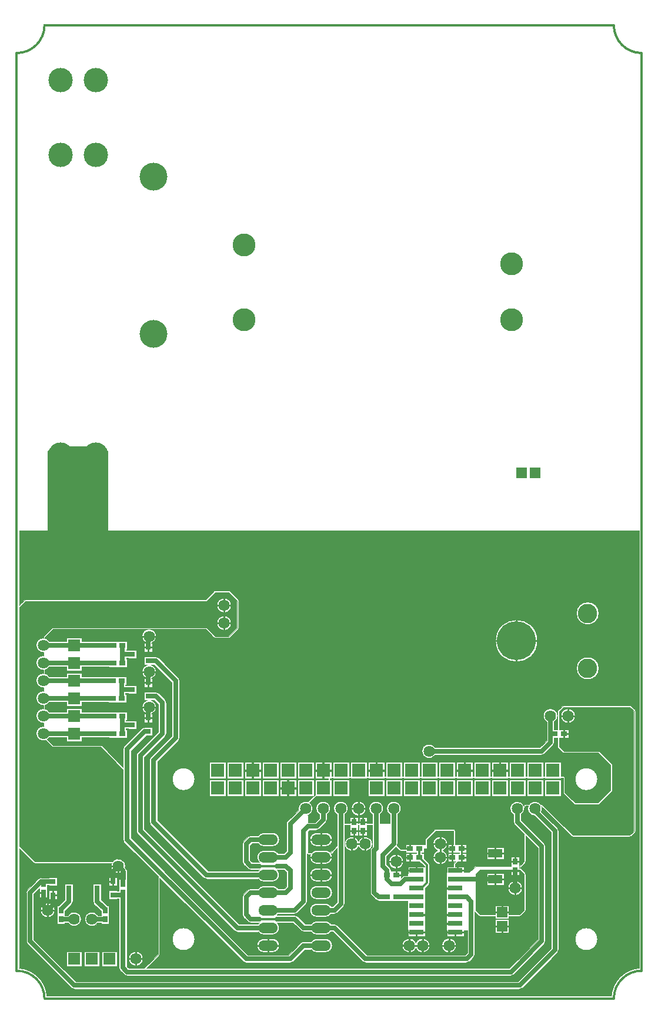
<source format=gbr>
G04 EasyPC Gerber Version 20.0.2 Build 4112 *
%FSLAX35Y35*%
%MOIN*%
%ADD28R,0.02800X0.03500*%
%ADD116R,0.05906X0.05906*%
%ADD20R,0.06800X0.06800*%
%ADD119R,0.07600X0.07600*%
%ADD110C,0.00100*%
%ADD12C,0.01000*%
%ADD109C,0.01200*%
%ADD76C,0.02500*%
%ADD120C,0.06400*%
%ADD18O,0.11000X0.06000*%
%ADD117R,0.08000X0.02500*%
%ADD29R,0.03500X0.02800*%
%ADD111R,0.03071X0.03071*%
%ADD118R,0.07874X0.04921*%
%ADD113C,0.11024*%
%ADD115C,0.12992*%
%ADD112C,0.13780*%
%ADD124C,0.15748*%
%ADD114C,0.22047*%
X0Y0D02*
D02*
D12*
X14748Y60550D02*
X12947D01*
X15448Y50600D02*
X13648D01*
X15648Y59300D02*
Y57502D01*
X18148Y47900D02*
Y46100D01*
Y53300D02*
Y55100D01*
X20848Y50600D02*
X22648D01*
X21140Y58285D02*
Y56486D01*
Y60356D02*
Y62155D01*
X22176Y59320D02*
X23975D01*
X54120Y66880D02*
X52321D01*
X55156Y65844D02*
Y64045D01*
Y67915D02*
Y69714D01*
X55448Y75600D02*
X53648D01*
X58148Y72900D02*
Y71100D01*
X60648Y66900D02*
Y68698D01*
X65448Y23100D02*
X63648D01*
X68148Y20400D02*
Y18600D01*
Y25800D02*
Y27600D01*
X70848Y23100D02*
X72648D01*
X72948Y165600D02*
X71148D01*
X72948Y185600D02*
X71148D01*
X72948Y205600D02*
X71148D01*
X74120Y159380D02*
X72321D01*
X74120Y179380D02*
X72321D01*
X74120Y199380D02*
X72321D01*
X75156Y158344D02*
Y156545D01*
Y178344D02*
Y176545D01*
Y198344D02*
Y196545D01*
X76191Y159380D02*
X77991D01*
X76191Y179380D02*
X77991D01*
X76191Y199380D02*
X77991D01*
X78348Y165600D02*
X80148D01*
X78348Y185600D02*
X80148D01*
X78348Y205600D02*
X80148D01*
X115448Y213100D02*
X113648D01*
X115448Y223100D02*
X113648D01*
X118148Y210400D02*
Y208600D01*
Y215800D02*
Y217600D01*
Y220400D02*
Y218600D01*
Y225800D02*
Y227600D01*
X120848Y213100D02*
X122648D01*
X120848Y223100D02*
X122648D01*
X134309Y133073D02*
Y134872D01*
X138148Y30600D02*
X136349D01*
X143148Y28100D02*
Y26301D01*
Y33100D02*
Y34899D01*
X148148Y30600D02*
X149947D01*
X154309Y116473D02*
Y114675D01*
X168148Y70600D02*
X166349D01*
X168148Y80600D02*
X166349D01*
X168148Y90600D02*
X166349D01*
X173148Y68100D02*
Y66301D01*
Y73100D02*
Y74899D01*
Y78100D02*
Y76301D01*
Y88100D02*
Y86301D01*
Y93100D02*
Y94899D01*
X174309Y133073D02*
Y134872D01*
X178148Y70600D02*
X179947D01*
X178148Y80600D02*
X179947D01*
X178148Y90600D02*
X179947D01*
X190548Y85400D02*
Y83600D01*
Y88100D02*
X198148D01*
X190948Y95550D02*
X189148D01*
X190948Y100650D02*
X189148D01*
X191648Y108100D02*
X189848D01*
X191848Y94300D02*
Y92502D01*
Y95550D02*
X196848D01*
X191848D02*
Y89400D01*
X190548Y88100*
X191848Y100650D02*
X194348D01*
X191848Y101900D02*
Y103698D01*
X194309Y116473D02*
Y114675D01*
X194348Y100650D02*
X196848D01*
X194348Y105400D02*
Y103600D01*
Y108100D02*
Y100650D01*
Y110800D02*
Y112600D01*
X196848Y94300D02*
Y92502D01*
Y95550D02*
Y89400D01*
X198148Y88100*
X196848Y101900D02*
Y103698D01*
X197048Y108100D02*
X198848D01*
X197748Y95550D02*
X199550D01*
X197748Y100650D02*
X199550D01*
X198148Y85400D02*
Y83600D01*
X204309Y133073D02*
Y134872D01*
X212948Y78100D02*
X211148D01*
X212948D02*
X211148D01*
X215648Y75400D02*
Y73600D01*
Y75400D02*
Y73600D01*
Y78100D02*
Y70650D01*
X215698Y70600*
X215648Y80800D02*
Y82600D01*
Y80800D02*
Y82600D01*
X215698Y71500D02*
Y73301D01*
Y71500D02*
Y73301D01*
X216948Y70600D02*
X218746D01*
X216948D02*
X218746D01*
X218348Y78100D02*
X220148D01*
X218348D02*
X220148D01*
X220448Y30600D02*
X218648D01*
X220448D02*
X218648D01*
X222348Y80600D02*
X220550D01*
X222348D02*
X220550D01*
X222348Y85600D02*
X220550D01*
X223148Y27900D02*
Y26100D01*
Y27900D02*
Y26100D01*
Y30600D02*
X230648D01*
X223148Y33300D02*
Y35100D01*
Y33300D02*
Y35100D01*
X223598Y79700D02*
Y77899D01*
Y79700D02*
Y77899D01*
Y86500D02*
Y88301D01*
X223648Y38100D02*
X221849D01*
X223648D02*
X221849D01*
X223648Y73100D02*
X221849D01*
X223648D02*
X221849D01*
X227148Y37350D02*
Y35549D01*
Y37350D02*
Y35549D01*
Y73850D02*
Y75651D01*
Y73850D02*
Y75651D01*
X230648Y27900D02*
Y26100D01*
Y27900D02*
Y26100D01*
Y33300D02*
Y35100D01*
Y33300D02*
Y35100D01*
Y38100D02*
X232447D01*
X230648D02*
X232447D01*
X233348Y30600D02*
X235148D01*
X233348D02*
X235148D01*
X237948Y80600D02*
X236148D01*
X237948D02*
X236148D01*
X237948Y88100D02*
X236148D01*
X237948D02*
X236148D01*
X240648Y77900D02*
Y76100D01*
Y77900D02*
Y76100D01*
Y80600D02*
Y88100D01*
Y90800D02*
Y92600D01*
Y90800D02*
Y92600D01*
X242948Y30600D02*
X241148D01*
X242948D02*
X241148D01*
X245648Y27900D02*
Y26100D01*
Y27900D02*
Y26100D01*
Y33300D02*
Y35100D01*
Y33300D02*
Y35100D01*
Y38100D02*
X243849D01*
X245648D02*
X243849D01*
X246360Y85600D02*
X244561D01*
X246360D02*
X244561D01*
X247610Y79700D02*
Y77899D01*
Y79700D02*
Y77899D01*
Y80600D02*
X240648D01*
X247610Y85600D02*
Y80600D01*
Y86500D02*
Y88301D01*
Y86500D02*
Y88301D01*
X248348Y30600D02*
X250148D01*
X248348D02*
X250148D01*
X249148Y37350D02*
Y35549D01*
Y37350D02*
Y35549D01*
Y73100D02*
X250348D01*
Y75600*
X252648Y38100D02*
X254447D01*
X252648Y73100D02*
X254447D01*
X252710Y79700D02*
Y77899D01*
Y85600D02*
Y80600D01*
Y86500D02*
Y88301D01*
X253960Y80600D02*
X255760D01*
X253960Y85600D02*
X255760D01*
X254309Y133073D02*
Y134872D01*
X268399Y68218D02*
X266599D01*
X268399Y82982D02*
X266599D01*
X271836Y66257D02*
Y64458D01*
Y70179D02*
Y71978D01*
Y81021D02*
Y79222D01*
Y84943D02*
Y86742D01*
X273195Y41663D02*
X271396D01*
X273195Y49537D02*
X271396D01*
X273392Y203100D02*
X271592D01*
X274309Y133073D02*
Y134872D01*
X275273Y68218D02*
X277073D01*
X275273Y82982D02*
X277073D01*
X275648Y39210D02*
Y37411D01*
Y51990D02*
Y53789D01*
X278101Y41663D02*
X279900D01*
X278101Y49537D02*
X279900D01*
X280448Y63100D02*
X278648D01*
X282248Y73050D02*
X280447D01*
X282248Y78150D02*
X280447D01*
X283148Y60400D02*
Y58600D01*
Y65800D02*
Y67600D01*
Y71800D02*
Y70002D01*
Y79400D02*
Y81198D01*
X283916Y192576D02*
Y190776D01*
Y213624D02*
Y215424D01*
X284048Y78150D02*
X285849D01*
X285848Y63100D02*
X287648D01*
X294439Y203100D02*
X296239D01*
X310448Y160600D02*
X308648D01*
X310698Y149700D02*
Y147899D01*
Y151500D02*
Y153301D01*
X311948Y150600D02*
X313746D01*
X313148Y157900D02*
Y156100D01*
Y163300D02*
Y165100D01*
X315848Y160600D02*
X317648D01*
D02*
D18*
X143148Y30600D03*
Y40600D03*
Y50600D03*
Y60600D03*
Y70600D03*
Y80600D03*
Y90600D03*
X173148Y30600D03*
Y40600D03*
Y50600D03*
Y60600D03*
Y70600D03*
Y80600D03*
Y90600D03*
D02*
D20*
X33148Y23100D03*
Y150600D03*
Y160600D03*
Y170600D03*
Y180600D03*
Y190600D03*
Y200600D03*
X43148Y23100D03*
X53148D03*
D02*
D28*
X15648Y60550D03*
Y65650D03*
X25648Y45550D03*
Y50650D03*
X50648Y45550D03*
Y50650D03*
X60648Y60550D03*
Y65650D03*
X191848Y95550D03*
Y100650D03*
X196848Y95550D03*
Y100650D03*
X283148Y73050D03*
Y78150D03*
D02*
D29*
X55063Y170600D03*
Y180600D03*
X55346Y150600D03*
Y160600D03*
X55494Y190600D03*
Y200600D03*
X60163Y170600D03*
Y180600D03*
X60446Y150600D03*
Y160600D03*
X60594Y190600D03*
Y200600D03*
X210598Y58100D03*
Y70600D03*
X215698Y58100D03*
Y70600D03*
X223598Y80600D03*
Y85600D03*
X228698Y80600D03*
Y85600D03*
X247610Y80600D03*
Y85600D03*
X252710Y80600D03*
Y85600D03*
X305598Y150600D03*
X310698D03*
D02*
D76*
X15648Y60550D02*
Y53100D01*
X18148Y50600*
X21140Y59320D02*
Y53592D01*
X18148Y50600*
X21140Y66880D02*
X14428D01*
X8148Y60600*
Y33100*
X33148Y8100*
X285648*
X305648Y28100*
Y95600*
X294309Y106939*
Y108100*
X25648Y45550D02*
X33148D01*
X25648Y50650D02*
Y51100D01*
X30148Y55600*
Y62608*
X30156Y62616*
Y63100*
X50648Y45550D02*
X43148D01*
X50648Y50650D02*
Y51100D01*
X46148Y55600*
Y62608*
X46140Y62616*
Y63100*
X55063Y170600D02*
X15648D01*
X55063Y180600D02*
X15648D01*
X55156Y59320D02*
X60648D01*
Y18100*
X63148Y15600*
X280648*
X298148Y33100*
Y86761*
X284309Y100600*
Y108100*
X55156Y66880D02*
Y72608D01*
X58148Y75600*
X55346Y150600D02*
X15648D01*
X55346Y160600D02*
X15648D01*
X55494Y190600D02*
X15648D01*
X55494Y200600D02*
X15648D01*
X60163Y175600D02*
Y170600D01*
Y180600D02*
Y175600D01*
X60446Y155600D02*
Y150600D01*
Y160600D02*
Y155600D01*
X60594Y195600D02*
Y190600D01*
Y200600D02*
Y195600D01*
X60648Y65650D02*
Y73100D01*
X58148Y75600*
X66140Y155600D02*
X60446D01*
X66140Y175600D02*
X60163D01*
X66140Y195600D02*
X60594D01*
X75156Y159380D02*
Y165108D01*
X75648Y165600*
X75156Y179380D02*
Y185108D01*
X75648Y185600*
X75156Y199380D02*
Y205108D01*
X75648Y205600*
X143148Y40600D02*
X125648D01*
X70648Y95600*
Y138100*
X83148Y150600*
Y168100*
X79448Y171800*
X75156*
Y171820*
X143148Y60600D02*
X133148D01*
X130648Y58100*
Y48100*
X133148Y45600*
X138148*
X143148Y70600D02*
X108148D01*
X78148Y100600*
Y135600*
X90648Y148100*
Y180600*
X79448Y191800*
X75156*
Y191820*
X143148Y90600D02*
X133148D01*
X130648Y88100*
Y78100*
X133148Y75600*
X138148*
X148148Y45600D02*
X158148D01*
X163148Y40600*
X173148*
X148148Y75600D02*
X153148D01*
X155648Y73100*
Y63100*
X153148Y60600*
X143148*
X164309Y108100D02*
Y108161D01*
X155648Y99500*
Y83100*
X153148Y80600*
X143148*
X173148Y30600D02*
X163148D01*
X155648Y23100*
X130648*
X63148Y90600*
Y141792*
X73148Y151792*
Y151800*
X75156Y151792*
Y151820*
X174309Y108100D02*
Y101761D01*
X170648Y98100*
X165648*
X163148Y95600*
Y55600*
X158148Y50600*
X143148*
X184309Y108100D02*
Y54261D01*
X180648Y50600*
X173148*
X204348Y108100D02*
Y85600D01*
X203148Y84400*
Y60600*
X205648Y58100*
X210598*
Y70600D02*
Y68150D01*
X213148Y65600*
X218148*
X220648Y68100*
X227148*
X214348Y108100D02*
Y88100D01*
X208148Y81900*
Y75600*
X210598Y73150*
Y70600*
X227148Y58100D02*
X215698D01*
X249148D02*
X255648D01*
X258148Y55600*
Y25600*
X255648Y23100*
X198148*
X180648Y40600*
X173148*
X249148Y68100D02*
X271718D01*
X271836Y68218*
X283148Y63100D02*
Y73050D01*
X303148Y160600D02*
Y145600D01*
X298148Y140600*
X234309*
D02*
D109*
X16348Y600D02*
G75*
G03X600Y16348I-15748D01*
G01*
Y535840*
G75*
G03X16348Y551588J15748*
G01*
X339083*
G75*
G03X354831Y535840I15748*
G01*
Y16348*
G75*
G03X339083Y600J-15748*
G01*
X16348*
X138148Y45600D02*
X148148D01*
X138148Y75600D02*
X148148D01*
X227148Y63100D02*
X230148D01*
X233148Y66100*
Y76100*
X228698Y80550*
Y85600*
D02*
D110*
X18248Y310600D02*
Y260600D01*
X52148*
Y310600*
X49648Y313100*
X20748*
X18248Y310600*
G36*
Y260600*
X52148*
Y310600*
X49648Y313100*
X20748*
X18248Y310600*
G37*
X80648Y69907D02*
X61552Y89003D01*
G75*
G02X60891Y90600I1596J1597*
G01*
Y130357*
X48148Y143100*
X20648*
X16975Y146773*
G75*
G02X11598Y150600I-1327J3827*
G01*
G75*
G02X15648Y154650I4050*
G01*
Y156550*
G75*
G02X11598Y160600J4050*
G01*
G75*
G02X15648Y164650I4050*
G01*
Y166550*
G75*
G02X11598Y170600J4050*
G01*
G75*
G02X15648Y174650I4050*
G01*
Y176550*
G75*
G02X11598Y180600J4050*
G01*
G75*
G02X15648Y184650I4050*
G01*
Y186550*
G75*
G02X11598Y190600J4050*
G01*
G75*
G02X15648Y194650I4050*
G01*
Y196550*
G75*
G02X11598Y200600J4050*
G01*
G75*
G02X15648Y204650I4050*
G01*
Y205600*
X20648Y210600*
X108148*
X113148Y205600*
X120648*
X125648Y210600*
Y225600*
X120648Y230600*
X113148*
X108148Y225600*
X5648*
X2050Y222002*
Y86698*
X10648Y78100*
X54962*
G75*
G02X62081Y74636I3187J-2499*
G01*
X62133Y74585*
G75*
G02X62700Y73548I-1485J-1485*
G01*
X63148Y73100*
Y18570*
X64018Y17700*
X72748*
X80648Y25600*
Y69907*
X114098Y213100D02*
G75*
G02X122198I4050D01*
G01*
G75*
G02X114098I-4050*
G01*
Y223100D02*
G75*
G02X122198I4050D01*
G01*
G75*
G02X114098I-4050*
G01*
X64098Y23100D02*
G75*
G02X72198I4050D01*
G01*
G75*
G02X64098I-4050*
G01*
X78148D02*
G36*
X72198D01*
G75*
G02X64098I-4050*
G01*
X63148*
Y18570*
X63968Y17750*
X72798*
X78148Y23100*
G37*
X125598Y210550D02*
G36*
Y213100D01*
X122198*
G75*
G02X114098I-4050*
G01*
X2100*
Y86648*
X10648Y78100*
X54962*
G75*
G02X62198Y75600I3186J-2500*
G01*
G75*
G02X62081Y74636I-4049J0*
G01*
X62133Y74585*
G75*
G02X62700Y73548I-1488J-1486*
G01*
X63148Y73100*
Y23100*
X64098*
G75*
G02X72198I4050*
G01*
X78148*
X80648Y25600*
Y69907*
X61552Y89003*
G75*
G02X60891Y90600I1596J1597*
G01*
Y130357*
X48148Y143100*
X20648*
X16975Y146773*
G75*
G02X11598Y150600I-1326J3827*
G01*
G75*
G02X15648Y154650I4050*
G01*
Y156550*
G75*
G02X11598Y160600J4050*
G01*
G75*
G02X15648Y164650I4050*
G01*
Y166550*
G75*
G02X11598Y170600J4050*
G01*
G75*
G02X15648Y174650I4050*
G01*
Y176550*
G75*
G02X11598Y180600J4050*
G01*
G75*
G02X15648Y184650I4050*
G01*
Y186550*
G75*
G02X11598Y190600J4050*
G01*
G75*
G02X15648Y194650I4050*
G01*
Y196550*
G75*
G02X11598Y200600J4050*
G01*
G75*
G02X15648Y204650I4050*
G01*
Y205600*
X20648Y210600*
X108148*
X113148Y205600*
X120648*
X125598Y210550*
G37*
X3148Y223100D02*
G36*
X2100Y222052D01*
Y213100*
X114098*
G75*
G02X122198I4050*
G01*
X125598*
Y223100*
X122198*
G75*
G02X114098I-4050*
G01*
X3148*
G37*
X125598Y225650D02*
G36*
X120698Y230550D01*
X113098*
X108148Y225600*
X5648*
X3148Y223100*
X114098*
G75*
G02X122198I4050*
G01*
X125598*
Y225650*
G37*
X129447Y130285D02*
Y129285D01*
X139447*
Y130285*
X129447*
G36*
Y129285*
X139447*
Y130285*
X129447*
G37*
X133849Y134801D02*
Y124801D01*
X134849*
Y134801*
X133849*
G36*
Y124801*
X134849*
Y134801*
X133849*
G37*
X149349Y120100D02*
Y119100D01*
X159349*
Y120100*
X149349*
G36*
Y119100*
X159349*
Y120100*
X149349*
G37*
X153849Y125002D02*
Y115002D01*
X154849*
Y125002*
X153849*
G36*
Y115002*
X154849*
Y125002*
X153849*
G37*
X169447Y130285D02*
Y129285D01*
X179447*
Y130285*
X169447*
G36*
Y129285*
X179447*
Y130285*
X169447*
G37*
X173849Y134801D02*
Y124801D01*
X174849*
Y134801*
X173849*
G36*
Y124801*
X174849*
Y134801*
X173849*
G37*
X189349Y120301D02*
Y119301D01*
X199349*
Y120301*
X189349*
G36*
Y119301*
X199349*
Y120301*
X189349*
G37*
X189447Y124801D02*
Y114801D01*
X199349*
Y124801*
X189447*
G36*
Y114801*
X199349*
Y124801*
X189447*
G37*
X199349Y130285D02*
Y129285D01*
X209349*
Y130285*
X199349*
G36*
Y129285*
X209349*
Y130285*
X199349*
G37*
X210248Y81030D02*
Y76470D01*
X212083Y74635*
G75*
G02X212698Y73150I-1485J-1485*
G01*
Y72850*
X218298*
Y68719*
X219163Y69585*
G75*
G02X220650Y70200I1485J-1485*
G01*
X222148*
Y71600*
X222298*
Y75198*
X231698*
Y75499*
X228847Y78350*
X220998*
Y82850*
X227248*
Y83350*
X220998*
Y84200*
X218150*
G75*
G02X217512Y84464I-2J900*
G01*
X215596Y86379*
X210248Y81030*
X211598Y78100D02*
G75*
G02X219698I4050D01*
G01*
G75*
G02X211598I-4050*
G01*
X229097D02*
G36*
X219698D01*
G75*
G02X211598I-4050*
G01*
X210298*
Y76420*
X212083Y74635*
G75*
G02X212698Y73150I-1487J-1485*
G01*
Y72850*
X218298*
Y68769*
X218348*
X219163Y69585*
G75*
G02X220650Y70200I1485J-1486*
G01*
X222148*
Y71600*
X222298*
Y75198*
X231648*
Y75549*
X229097Y78100*
G37*
G36*
X228847Y78350*
X220998*
Y82850*
X227248*
Y83350*
X220998*
Y84200*
X218150*
G75*
G02X217512Y84464I-2J899*
G01*
X215646Y86329*
X215546*
X210298Y81080*
Y78100*
X211598*
G75*
G02X219698I4050*
G01*
X229097*
G37*
X218148Y31100D02*
Y30100D01*
X223148*
Y31100*
X218148*
G36*
Y30100*
X223148*
Y31100*
X218148*
G37*
X222648Y30600D02*
Y25600D01*
X223648*
Y30600*
X222648*
G36*
Y25600*
X223648*
Y30600*
X222648*
G37*
X223148Y83100D02*
Y80600D01*
X224148*
Y83100*
X223148*
G36*
Y80600*
X224148*
Y83100*
X223148*
G37*
X228148Y48600D02*
X233148D01*
Y47600*
X228148*
Y48600*
G36*
X233148*
Y47600*
X228148*
Y48600*
G37*
Y78350D02*
X220998D01*
Y82850*
X224148*
Y83350*
X220998*
Y83600*
X213148*
X210648Y81100*
Y76070*
X212083Y74635*
G75*
G02X212698Y73150I-1485J-1485*
G01*
Y72850*
X218298*
Y69600*
X219178*
G75*
G02X220650Y70200I1470J-1500*
G01*
X222148*
Y71600*
X222298*
Y75198*
X228148*
Y78350*
X211598Y78100D02*
G75*
G02X219698I4050D01*
G01*
G75*
G02X211598I-4050*
G01*
X228098Y75198D02*
G36*
Y78100D01*
X219698*
G75*
G02X211598I-4050*
G01*
X210698*
Y76020*
X212083Y74635*
G75*
G02X212698Y73150I-1487J-1485*
G01*
Y72850*
X218298*
Y69650*
X219231*
G75*
G02X220650Y70200I1418J-1553*
G01*
X222148*
Y71600*
X222298*
Y75198*
X228098*
G37*
X220998Y83550D02*
G36*
X213098D01*
X210698Y81150*
Y78100*
X211598*
G75*
G02X219698I4050*
G01*
X228098*
Y78350*
X220998*
Y82850*
X224148*
Y83350*
X220998*
Y83550*
G37*
X230148Y30600D02*
Y25600D01*
X231148*
Y30600*
X230148*
G36*
Y25600*
X231148*
Y30600*
X230148*
G37*
Y83350D02*
Y82850D01*
X231298*
Y80001*
X234172Y77127*
G75*
G02X234598Y76100I-1024J-1027*
G01*
Y66100*
G75*
G02X234172Y65073I-1450*
G01*
X232148Y63049*
Y48650*
X233148*
G75*
G02X233198Y48600J-50*
G01*
Y47600*
G75*
G02X233148Y47550I-50*
G01*
X232148*
Y39600*
X231998*
Y36002*
X222298*
Y39600*
X222148*
Y56000*
X218298*
Y55850*
X207998*
Y56000*
X205650*
G75*
G02X204163Y56615I-3J2100*
G01*
X201663Y59115*
G75*
G02X201048Y60600I1485J1485*
G01*
Y84400*
G75*
G02X201663Y85885I2100*
G01*
X202248Y86470*
Y99000*
X199097*
Y92950*
X194597*
Y99000*
X194097*
Y92950*
X189597*
Y99000*
X186409*
Y54261*
G75*
G02X185794Y52776I-2100*
G01*
X182133Y49115*
G75*
G02X180646Y48500I-1485J1485*
G01*
X178875*
G75*
G02X175648Y46750I-3227J2100*
G01*
X170648*
G75*
G02Y54450J3850*
G01*
X175648*
G75*
G02X178875Y52700J-3850*
G01*
X179778*
X182209Y55131*
Y85889*
X179012Y82691*
G75*
G02X178928Y82616I-641J631*
G01*
G75*
G02X175648Y76750I-3280J-2016*
G01*
X170648*
G75*
G02X167146Y82200J3850*
G01*
X165648*
G75*
G02X165248Y82294J900*
G01*
Y55600*
G75*
G02X164633Y54115I-2100*
G01*
X159633Y49115*
G75*
G02X158146Y48500I-1485J1485*
G01*
X148875*
G75*
G02X148181Y47700I-3228J2100*
G01*
X158146*
G75*
G02X159633Y47085I3J-2100*
G01*
X164018Y42700*
X167421*
G75*
G02X170648Y44450I3227J-2100*
G01*
X175648*
G75*
G02X178875Y42700J-3850*
G01*
X180646*
G75*
G02X182133Y42085I3J-2100*
G01*
X199018Y25200*
X254778*
X256048Y26470*
Y39301*
X253998*
Y36002*
X244298*
Y39301*
X244246*
Y42550*
X243148*
G75*
G02X243098Y42600J50*
G01*
Y43600*
G75*
G02X243148Y43650I50*
G01*
X244246*
Y47550*
X243148*
G75*
G02X243098Y47600J50*
G01*
Y48600*
G75*
G02X243148Y48650I50*
G01*
X244246*
Y62550*
X243148*
G75*
G02X243098Y62600J50*
G01*
Y63600*
G75*
G02X243148Y63650I50*
G01*
X244246*
Y72100*
X244298*
Y75198*
X248148*
Y76698*
G75*
G02Y76700I265J1*
G01*
Y76700*
G75*
G02X248412Y77336I900J0*
G01*
X249425Y78350*
X245010*
Y82850*
X251360*
Y83350*
X245010*
Y87850*
X248148*
Y95599*
G75*
G03X248147Y95600J1*
G01*
X238148*
X238148*
X233148Y90600*
Y85600*
X231298*
Y83350*
X230148*
X236598Y88100D02*
G75*
G02X244698I4050D01*
G01*
G75*
G02X242178Y84350I-4050*
G01*
G75*
G02X244698Y80600I-1530J-3750*
G01*
G75*
G02X236598I-4050*
G01*
G75*
G02X239119Y84350I4050*
G01*
G75*
G02X236598Y88100I1530J3750*
G01*
X241598Y30600D02*
G75*
G02X249698I4050D01*
G01*
G75*
G02X241598I-4050*
G01*
X226898Y32130D02*
G75*
G02X234698Y30600I3750J-1530D01*
G01*
G75*
G02X226898Y29070I-4050*
G01*
G75*
G02X219098Y30600I-3750J1530*
G01*
G75*
G02X226898Y32130I4050*
G01*
X194348Y89501D02*
G75*
G02X202198Y88100I3800J-1401D01*
G01*
G75*
G02X194348Y86699I-4050*
G01*
G75*
G02X186498Y88100I-3800J1401*
G01*
G75*
G02X194348Y89501I4050*
G01*
X175648Y64450D02*
G75*
G02Y56750J-3850D01*
G01*
X170648*
G75*
G02Y64450J3850*
G01*
X175648*
Y74450D02*
G75*
G02Y66750J-3850D01*
G01*
X170648*
G75*
G02Y74450J3850*
G01*
X175648*
X255998Y26420D02*
G36*
Y30600D01*
X249698*
G75*
G02X241598I-4050*
G01*
X234698*
G75*
G02X226898Y29070I-4050J0*
G01*
G75*
G02X219098Y30600I-3750J1530*
G01*
X193618*
X198968Y25250*
X254828*
X255998Y26420*
G37*
X244246Y60600D02*
G36*
X232148D01*
Y48650*
X233148*
G75*
G02X233198Y48600J-50*
G01*
Y48600*
Y47600*
Y47600*
G75*
G02X233148Y47550I-50*
G01*
X232148*
Y39600*
X231998*
Y36002*
X222298*
Y39600*
X222148*
Y56000*
X218298*
Y55850*
X207998*
Y56000*
X205650*
G75*
G02X204163Y56615I-2J2101*
G01*
X201663Y59115*
G75*
G02X201048Y60600I1487J1485*
G01*
X186409*
Y54261*
G75*
G02X185794Y52776I-2102J0*
G01*
X182133Y49115*
G75*
G02X180646Y48500I-1485J1486*
G01*
X178875*
G75*
G02X175648Y46750I-3227J2099*
G01*
X170648*
G75*
G02X166798Y50600J3850*
G01*
G75*
G02X170648Y54450I3850*
G01*
X175648*
G75*
G02X178875Y52700I0J-3851*
G01*
X179778*
X182209Y55131*
Y60600*
X179498*
G75*
G02X175648Y56750I-3850*
G01*
X170648*
G75*
G02X166798Y60600J3850*
G01*
X165248*
Y55600*
G75*
G02X164633Y54115I-2102J0*
G01*
X159633Y49115*
G75*
G02X158146Y48500I-1485J1486*
G01*
X148875*
G75*
G02X148231Y47744I-3231J2104*
G01*
Y47700*
X158146*
G75*
G02X159633Y47085I2J-2101*
G01*
X164018Y42700*
X167421*
G75*
G02X170648Y44450I3227J-2099*
G01*
X175648*
G75*
G02X178875Y42700I0J-3851*
G01*
X180646*
G75*
G02X182133Y42085I2J-2101*
G01*
X193618Y30600*
X219098*
G75*
G02X226898Y32130I4050J0*
G01*
G75*
G02X234698Y30600I3750J-1530*
G01*
X241598*
G75*
G02X249698I4050*
G01*
X255998*
Y39301*
X253998*
Y36002*
X244298*
Y39301*
X244246*
Y42550*
X243148*
G75*
G02X243098Y42600J50*
G01*
Y42600*
Y43600*
Y43600*
G75*
G02X243148Y43650I50*
G01*
X244246*
Y47550*
X243148*
G75*
G02X243098Y47600J50*
G01*
Y47600*
Y48600*
Y48600*
G75*
G02X243148Y48650I50*
G01*
X244246*
Y60600*
G37*
X182209Y70600D02*
G36*
X179498D01*
G75*
G02X175648Y66750I-3850*
G01*
X170648*
G75*
G02X166798Y70600J3850*
G01*
X165248*
Y60600*
X166798*
G75*
G02X170648Y64450I3850*
G01*
X175648*
G75*
G02X179498Y60600J-3850*
G01*
X182209*
Y70600*
G37*
X201048D02*
G36*
X186409D01*
Y60600*
X201048*
Y70600*
G37*
X244246D02*
G36*
X234598D01*
Y66100*
G75*
G02Y66099I-1961J0*
G01*
G75*
G02X234172Y65073I-1449*
G01*
X232148Y63049*
Y60600*
X244246*
Y62550*
X243148*
G75*
G02X243098Y62600J50*
G01*
Y62600*
Y63600*
Y63600*
G75*
G02X243148Y63650I50*
G01*
X244246*
Y70600*
G37*
X182209Y84350D02*
G36*
X180671D01*
X179012Y82691*
G75*
G02X178928Y82616I-670J663*
G01*
G75*
G02X179498Y80600I-3280J-2016*
G01*
G75*
G02X175648Y76750I-3850*
G01*
X170648*
G75*
G02X166798Y80600J3850*
G01*
G75*
G02X167146Y82200I3850J0*
G01*
X165648*
G75*
G02X165248Y82294I-1J896*
G01*
Y70600*
X166798*
G75*
G02X170648Y74450I3850*
G01*
X175648*
G75*
G02X179498Y70600J-3850*
G01*
X182209*
Y84350*
G37*
X201048Y70600D02*
G36*
Y84350D01*
X199678*
G75*
G02X196619I-1530J3750*
G01*
X192078*
G75*
G02X189019I-1530J3750*
G01*
X186409*
Y70600*
X201048*
G37*
X245010Y84350D02*
G36*
X242178D01*
G75*
G02X244698Y80600I-1530J-3750*
G01*
G75*
G02X236598I-4050*
G01*
G75*
G02X239119Y84350I4050*
G01*
X231298*
Y83350*
X230148*
Y82850*
X231298*
Y80001*
X234172Y77127*
G75*
G02X234598Y76101I-1022J-1026*
G01*
G75*
G02Y76100I-1961J0*
G01*
Y70600*
X244246*
Y72100*
X244298*
Y75198*
X248148*
Y76698*
Y76700*
Y76700*
Y76700*
G75*
G02X248412Y77336I898*
G01*
X249425Y78350*
X245010*
Y82850*
X251360*
Y83350*
X245010*
Y84350*
G37*
X202248Y98950D02*
G36*
X199097D01*
Y92950*
X194597*
Y98950*
X194097*
Y92950*
X189597*
Y98950*
X186409*
Y84350*
X189019*
G75*
G02X186498Y88100I1530J3750*
G01*
G75*
G02X194348Y89501I4050*
G01*
G75*
G02X202198Y88100I3800J-1401*
G01*
G75*
G02X199678Y84350I-4050*
G01*
X201048*
Y84400*
G75*
G02X201663Y85885I2102J0*
G01*
X202248Y86470*
Y98950*
G37*
X182209Y84350D02*
G36*
Y85889D01*
X180671Y84350*
X182209*
G37*
X196619D02*
G36*
G75*
G02X194348Y86699I1530J3750D01*
G01*
G75*
G02X192078Y84350I-3800J1401*
G01*
X196619*
G37*
X245010D02*
G36*
Y87850D01*
X248148*
Y95599*
G75*
G03X248148Y95600J1*
G01*
X248147*
X238148*
X238148*
X233148Y90600*
Y85600*
X231298*
Y84350*
X239119*
G75*
G02X236598Y88100I1530J3750*
G01*
G75*
G02X244698I4050*
G01*
G75*
G02X242178Y84350I-4050*
G01*
X245010*
G37*
X240648Y88600D02*
Y87600D01*
X245050*
Y88600*
X240648*
G36*
Y87600*
X245050*
Y88600*
X240648*
G37*
X243148Y43600D02*
X248148D01*
Y42600*
X243148*
Y43600*
G36*
X248148*
Y42600*
X243148*
Y43600*
G37*
Y48600D02*
X248148D01*
Y47600*
X243148*
Y48600*
G36*
X248148*
Y47600*
X243148*
Y48600*
G37*
Y63600D02*
X248148D01*
Y62600*
X243148*
Y63600*
G36*
X248148*
Y62600*
X243148*
Y63600*
G37*
X245148Y30600D02*
Y25600D01*
X246148*
Y30600*
X245148*
G36*
Y25600*
X246148*
Y30600*
X245148*
G37*
X249447Y130285D02*
Y129285D01*
X259447*
Y130285*
X249447*
G36*
Y129285*
X259447*
Y130285*
X249447*
G37*
X253148Y36002D02*
X244298D01*
Y39301*
X244246*
Y42550*
X243148*
G75*
G02X243098Y42600J50*
G01*
Y43600*
G75*
G02X243148Y43650I50*
G01*
X244246*
Y47550*
X243148*
G75*
G02X243098Y47600J50*
G01*
Y48600*
G75*
G02X243148Y48650I50*
G01*
X244246*
Y62550*
X243148*
G75*
G02X243098Y62600J50*
G01*
Y63600*
G75*
G02X243148Y63650I50*
G01*
X244246*
Y72100*
X244298*
Y75198*
X248148*
Y78350*
X245010*
Y82850*
X248148*
Y83350*
X245010*
Y87850*
X248148*
Y95600*
X238148*
X233148Y90600*
Y78151*
X234172Y77127*
G75*
G02X234598Y76100I-1024J-1027*
G01*
Y66100*
G75*
G02X234172Y65073I-1450*
G01*
X232148Y63049*
Y48650*
X233148*
G75*
G02X233198Y48600J-50*
G01*
Y47600*
G75*
G02X233148Y47550I-50*
G01*
X232148*
Y39600*
X231998*
Y36002*
X222298*
Y39600*
X222148*
X218148Y35600*
Y25600*
X253148*
Y36002*
X236598Y88100D02*
G75*
G02X244698I4050D01*
G01*
G75*
G02X242178Y84350I-4050*
G01*
G75*
G02X244698Y80600I-1530J-3750*
G01*
G75*
G02X236598I-4050*
G01*
G75*
G02X239119Y84350I4050*
G01*
G75*
G02X236598Y88100I1530J3750*
G01*
X241598Y30600D02*
G75*
G02X249698I4050D01*
G01*
G75*
G02X241598I-4050*
G01*
X226898Y32130D02*
G75*
G02X234698Y30600I3750J-1530D01*
G01*
G75*
G02X226898Y29070I-4050*
G01*
G75*
G02X219098Y30600I-3750J1530*
G01*
G75*
G02X226898Y32130I4050*
G01*
X218198Y30600D02*
G36*
Y25650D01*
X253098*
Y30600*
X249698*
G75*
G02X241598I-4050*
G01*
X234698*
G75*
G02X226898Y29070I-4050J0*
G01*
G75*
G02X219098Y30600I-3750J1530*
G01*
X218198*
G37*
X245010Y84350D02*
G36*
X242178D01*
G75*
G02X244698Y80600I-1530J-3750*
G01*
G75*
G02X236598I-4050*
G01*
G75*
G02X239119Y84350I4050*
G01*
X233148*
Y78151*
X234172Y77127*
G75*
G02X234598Y76101I-1022J-1026*
G01*
G75*
G02Y76100I-1961J0*
G01*
Y66100*
G75*
G02Y66099I-1961J0*
G01*
G75*
G02X234172Y65073I-1449*
G01*
X232148Y63049*
Y48650*
X233148*
G75*
G02X233198Y48600J-50*
G01*
Y48600*
Y47600*
Y47600*
G75*
G02X233148Y47550I-50*
G01*
X232148*
Y39600*
X231998*
Y36002*
X222298*
Y39600*
X222148*
X218198Y35650*
Y30600*
X219098*
G75*
G02X226898Y32130I4050J0*
G01*
G75*
G02X234698Y30600I3750J-1530*
G01*
X241598*
G75*
G02X249698I4050*
G01*
X253098*
Y36002*
X244298*
Y39301*
X244246*
Y42550*
X243148*
G75*
G02X243098Y42600J50*
G01*
Y42600*
Y43600*
Y43600*
G75*
G02X243148Y43650I50*
G01*
X244246*
Y47550*
X243148*
G75*
G02X243098Y47600J50*
G01*
Y47600*
Y48600*
Y48600*
G75*
G02X243148Y48650I50*
G01*
X244246*
Y62550*
X243148*
G75*
G02X243098Y62600J50*
G01*
Y62600*
Y63600*
Y63600*
G75*
G02X243148Y63650I50*
G01*
X244246*
Y72100*
X244298*
Y75198*
X248148*
Y78350*
X245010*
Y82850*
X248148*
Y83350*
X245010*
Y84350*
G37*
X248148Y95550D02*
G36*
X238098D01*
X233148Y90600*
Y84350*
X239119*
G75*
G02X236598Y88100I1530J3750*
G01*
G75*
G02X244698I4050*
G01*
G75*
G02X242178Y84350I-4050*
G01*
X245010*
Y87850*
X248148*
Y95550*
G37*
X269349Y130285D02*
Y129285D01*
X279349*
Y130285*
X269349*
G36*
Y129285*
X279349*
Y130285*
X269349*
G37*
X280648Y73600D02*
Y72600D01*
X285648*
Y73600*
X280648*
G36*
Y72600*
X285648*
Y73600*
X280648*
G37*
X288148Y71100D02*
X285648Y73600D01*
X285398*
Y70450*
X280898*
Y73600*
X263148*
X260648Y71100*
Y50600*
X263148Y48100*
X271845*
Y53340*
X279451*
Y48100*
X285648*
X288148Y50600*
Y71100*
X267050Y71529D02*
X276624D01*
Y64907*
X267050*
Y71529*
X279098Y63100D02*
G75*
G02X287198I4050D01*
G01*
G75*
G02X279098I-4050*
G01*
X288098Y50550D02*
G36*
Y63100D01*
X287198*
G75*
G02X279098I-4050*
G01*
X260698*
Y50550*
X263098Y48150*
X271845*
Y53340*
X279451*
Y48150*
X285698*
X288098Y50550*
G37*
X276624Y68218D02*
G36*
Y64907D01*
X267050*
Y68218*
X260698*
Y63100*
X279098*
G75*
G02X287198I4050*
G01*
X288098*
Y68218*
X276624*
G37*
X280898Y73550D02*
G36*
X263098D01*
X260698Y71150*
Y68218*
X267050*
Y71529*
X276624*
Y68218*
X288098*
Y71150*
X285698Y73550*
X285398*
Y70450*
X280898*
Y73550*
G37*
X288148Y109391D02*
Y110600D01*
X291123*
G75*
G02X297496I3186J-2500*
G01*
X298148*
X315648Y93100*
X348148*
X350648Y95600*
Y163100*
X348148Y165600*
X310648*
X308148Y163100*
Y152850*
X313298*
Y148350*
X308148*
Y143100*
X310648Y140600*
X330648*
X338148Y133100*
Y118100*
X330648Y110600*
X316648*
X310348Y116900*
Y125600*
X308959*
Y125124*
X299660*
Y125600*
X298959*
Y125124*
X289660*
Y125600*
X288959*
Y125124*
X279660*
Y125600*
X278959*
Y125124*
X269660*
Y125600*
X268959*
Y125124*
X259660*
Y125600*
X258959*
Y125124*
X249660*
Y125600*
X248959*
Y125124*
X239660*
Y125600*
X238959*
Y125124*
X229660*
Y125600*
X228959*
Y125124*
X219660*
Y125600*
X218959*
Y125124*
X209660*
Y125600*
X208959*
Y125124*
X199660*
Y125600*
X198959*
Y125124*
X189660*
Y125600*
X188959*
Y125124*
X179660*
Y125600*
X178959*
Y125124*
X178148*
Y124423*
X178959*
Y115124*
X170172*
X166533Y111485*
G75*
G02X165648Y104278I-2224J-3385*
G01*
Y100200*
G75*
G02X165650I1J-2115*
G01*
X169778*
X172209Y102631*
Y104637*
G75*
G02X170259Y108100I2100J3463*
G01*
G75*
G02X178359I4050*
G01*
G75*
G02X176409Y104637I-4050*
G01*
Y101761*
G75*
G02X175794Y100276I-2100*
G01*
X172133Y96615*
G75*
G02X170646Y96000I-1485J1485*
G01*
X166518*
X165648Y95130*
Y83100*
X167720*
G75*
G02X170648Y84450I2928J-2500*
G01*
X175648*
G75*
G02X178370Y83322I0J-3850*
G01*
X182209Y87161*
Y104637*
G75*
G02X180259Y108100I2100J3463*
G01*
G75*
G02X188359I4050*
G01*
G75*
G02X186409Y104637I-4050*
G01*
Y99900*
X189597*
Y103250*
X194097*
Y99900*
X194597*
Y103250*
X199097*
Y99900*
X202248*
Y104637*
G75*
G02X200298Y108100I2100J3463*
G01*
G75*
G02X208398I4050*
G01*
G75*
G02X206448Y104637I-4050*
G01*
Y99900*
X212248*
Y104637*
G75*
G02X210298Y108100I2100J3463*
G01*
G75*
G02X218398I4050*
G01*
G75*
G02X216448Y104637I-4050*
G01*
Y88100*
G75*
G02X216178Y87070I-2100J0*
G01*
X218148Y85100*
X220998*
Y87850*
X230648*
Y87899*
X232248*
Y90598*
G75*
G02Y90600I265J1*
G01*
Y90600*
G75*
G02X232512Y91236I900J0*
G01*
X237512Y96236*
G75*
G02X238150Y96500I637J-636*
G01*
X248148*
G75*
G02X249048Y95600J-900*
G01*
Y87850*
X255309*
Y83350*
X252948*
Y82850*
X255309*
Y78350*
X250698*
X249048Y76700*
Y75198*
X253998*
Y72100*
X257148*
X260648Y75600*
X280898*
Y80750*
X285398*
Y75600*
X285648*
X288148Y78100*
Y93792*
X282824Y99115*
G75*
G02X282209Y100600I1485J1485*
G01*
Y104637*
G75*
G02X280259Y108100I2100J3463*
G01*
G75*
G02X288148Y109391I4050*
G01*
X309098Y160600D02*
G75*
G02X317198I4050D01*
G01*
G75*
G02X309098I-4050*
G01*
X299660Y124423D02*
X308959D01*
Y115124*
X299660*
Y124423*
X289660D02*
X298959D01*
Y115124*
X289660*
Y124423*
X279660D02*
X288959D01*
Y115124*
X279660*
Y124423*
X269660D02*
X278959D01*
Y115124*
X269660*
Y124423*
X259660D02*
X268959D01*
Y115124*
X259660*
Y124423*
X267050Y86293D02*
X276624D01*
Y79671*
X267050*
Y86293*
X249660Y124423D02*
X258959D01*
Y115124*
X249660*
Y124423*
X239660D02*
X248959D01*
Y115124*
X239660*
Y124423*
X229660D02*
X238959D01*
Y115124*
X229660*
Y124423*
X219660D02*
X228959D01*
Y115124*
X219660*
Y124423*
X209660D02*
X218959D01*
Y115124*
X209660*
Y124423*
X199660D02*
X208959D01*
Y115124*
X199660*
Y124423*
X189660D02*
X198959D01*
Y115124*
X189660*
Y124423*
X190298Y108100D02*
G75*
G02X198398I4050D01*
G01*
G75*
G02X190298I-4050*
G01*
X179660Y124423D02*
X188959D01*
Y115124*
X179660*
Y124423*
X175648Y94450D02*
G75*
G02Y86750J-3850D01*
G01*
X170648*
G75*
G02Y94450J3850*
G01*
X175648*
X288148Y82982D02*
G36*
X276624D01*
Y79671*
X267050*
Y82982*
X252948*
Y82850*
X255309*
Y78350*
X250698*
X249048Y76700*
Y75198*
X253998*
Y72150*
X257198*
X260648Y75600*
X280898*
Y80750*
X285398*
Y75600*
X285648*
X288148Y78100*
Y82982*
G37*
X182209Y90600D02*
G36*
X179498D01*
G75*
G02X175648Y86750I-3850*
G01*
X170648*
G75*
G02X166798Y90600J3850*
G01*
X165698*
Y83100*
X167720*
G75*
G02X170648Y84450I2929J-2501*
G01*
X175648*
G75*
G02X178370Y83322I-1J-3852*
G01*
X182209Y87161*
Y90600*
G37*
X232248D02*
G36*
X216448D01*
Y88100*
G75*
G02Y88099I-1961J0*
G01*
G75*
G02X216178Y87070I-2096*
G01*
X218148Y85100*
X220998*
Y87850*
X230648*
Y87899*
X232248*
Y90598*
Y90600*
Y90600*
G37*
X288148D02*
G36*
X249048D01*
Y87850*
X255309*
Y83350*
X252948*
Y82982*
X267050*
Y86293*
X276624*
Y82982*
X288148*
Y90600*
G37*
X182209D02*
G36*
Y104637D01*
G75*
G02X180259Y108100I2099J3463*
G01*
Y108100*
X178359*
Y108100*
G75*
G02X176409Y104637I-4049*
G01*
Y101761*
G75*
G02X175794Y100276I-2102J0*
G01*
X172133Y96615*
G75*
G02X170646Y96000I-1485J1486*
G01*
X166518*
X165698Y95180*
Y90600*
X166798*
G75*
G02X170648Y94450I3850*
G01*
X175648*
G75*
G02X179498Y90600J-3850*
G01*
X182209*
G37*
X170259Y108100D02*
G36*
X168359D01*
G75*
G02X165698Y104295I-4050*
G01*
Y100200*
X169778*
X172209Y102631*
Y104637*
G75*
G02X170259Y108100I2099J3463*
G01*
Y108100*
G37*
X200298D02*
G36*
X198398D01*
G75*
G02X190298I-4050*
G01*
X188359*
Y108100*
G75*
G02X186409Y104637I-4049*
G01*
Y99900*
X189597*
Y103250*
X194097*
Y99900*
X194597*
Y103250*
X199097*
Y99900*
X202248*
Y104637*
G75*
G02X200298Y108100I2099J3463*
G01*
Y108100*
G37*
X210298D02*
G36*
X208398D01*
Y108100*
G75*
G02X206448Y104637I-4049*
G01*
Y99900*
X212248*
Y104637*
G75*
G02X210298Y108100I2099J3463*
G01*
Y108100*
G37*
X288148Y90600D02*
G36*
Y93792D01*
X282824Y99115*
G75*
G02X282209Y100600I1487J1485*
G01*
Y104637*
G75*
G02X280259Y108100I2099J3463*
G01*
Y108100*
X218398*
Y108100*
G75*
G02X216448Y104637I-4049*
G01*
Y90600*
X232248*
Y90600*
G75*
G02X232512Y91236I898*
G01*
X237512Y96236*
G75*
G02X238150Y96500I636J-635*
G01*
X248148*
G75*
G02X249048Y95600J-900*
G01*
Y90600*
X288148*
G37*
X350598Y95550D02*
G36*
Y108100D01*
X300648*
X315648Y93100*
X348148*
X350598Y95550*
G37*
X338148Y119773D02*
G36*
Y118100D01*
X330648Y110600*
X316648*
X310348Y116900*
Y119773*
X308959*
Y115124*
X299660*
Y119773*
X298959*
Y115124*
X289660*
Y119773*
X288959*
Y115124*
X279660*
Y119773*
X278959*
Y115124*
X269660*
Y119773*
X268959*
Y115124*
X259660*
Y119773*
X258959*
Y115124*
X249660*
Y119773*
X248959*
Y115124*
X239660*
Y119773*
X238959*
Y115124*
X229660*
Y119773*
X228959*
Y115124*
X219660*
Y119773*
X218959*
Y115124*
X209660*
Y119773*
X208959*
Y115124*
X199660*
Y119773*
X198959*
Y115124*
X189660*
Y119773*
X188959*
Y115124*
X179660*
Y119773*
X178959*
Y115124*
X170172*
X166533Y111485*
G75*
G02X168359Y108100I-2224J-3385*
G01*
X170259*
G75*
G02X178359I4050*
G01*
X180259*
G75*
G02X188359I4050*
G01*
X190298*
G75*
G02X198398I4050*
G01*
X200298*
G75*
G02X208398I4050*
G01*
X210298*
G75*
G02X218398I4050*
G01*
X280259*
G75*
G02X288148Y109391I4050*
G01*
Y110600*
X291123*
G75*
G02X297496I3186J-2500*
G01*
X298148*
X300648Y108100*
X350598*
Y119773*
X338148*
G37*
X310348D02*
G36*
Y125600D01*
X308959*
Y125124*
X299660*
Y125600*
X298959*
Y125124*
X289660*
Y125600*
X288959*
Y125124*
X279660*
Y125600*
X278959*
Y125124*
X269660*
Y125600*
X268959*
Y125124*
X259660*
Y125600*
X258959*
Y125124*
X249660*
Y125600*
X248959*
Y125124*
X239660*
Y125600*
X238959*
Y125124*
X229660*
Y125600*
X228959*
Y125124*
X219660*
Y125600*
X218959*
Y125124*
X209660*
Y125600*
X208959*
Y125124*
X199660*
Y125600*
X198959*
Y125124*
X189660*
Y125600*
X188959*
Y125124*
X179660*
Y125600*
X178959*
Y125124*
X178148*
Y124423*
X178959*
Y119773*
X179660*
Y124423*
X188959*
Y119773*
X189660*
Y124423*
X198959*
Y119773*
X199660*
Y124423*
X208959*
Y119773*
X209660*
Y124423*
X218959*
Y119773*
X219660*
Y124423*
X228959*
Y119773*
X229660*
Y124423*
X238959*
Y119773*
X239660*
Y124423*
X248959*
Y119773*
X249660*
Y124423*
X258959*
Y119773*
X259660*
Y124423*
X268959*
Y119773*
X269660*
Y124423*
X278959*
Y119773*
X279660*
Y124423*
X288959*
Y119773*
X289660*
Y124423*
X298959*
Y119773*
X299660*
Y124423*
X308959*
Y119773*
X310348*
G37*
X338148D02*
G36*
X350598D01*
Y160600*
X317198*
G75*
G02X309098I-4050*
G01*
X308148*
Y152850*
X313298*
Y148350*
X308148*
Y143100*
X310648Y140600*
X330648*
X338148Y133100*
Y119773*
G37*
X308148Y160600D02*
G36*
X309098D01*
G75*
G02X317198I4050*
G01*
X350598*
Y163150*
X348198Y165550*
X310598*
X308148Y163100*
Y160600*
G37*
X353381Y265600D02*
X2050D01*
Y223275*
X2512Y223736*
X5012Y226236*
G75*
G02X5650Y226500I637J-636*
G01*
X107775*
X112512Y231236*
G75*
G02X113150Y231500I637J-636*
G01*
X120646*
G75*
G02X121284Y231236I2J-900*
G01*
X126284Y226236*
G75*
G02X126548Y225600I-636J-637*
G01*
Y225600*
G75*
G02Y225598I-262J-1*
G01*
Y210602*
G75*
G02Y210600I-265J-1*
G01*
Y210600*
G75*
G02X126284Y209964I-900J0*
G01*
X121284Y204964*
G75*
G02X120646Y204700I-637J636*
G01*
X113150*
G75*
G02X112512Y204964I-2J900*
G01*
X107775Y209700*
X21021*
X16548Y205227*
Y204658*
G75*
G02Y204650I-800J-4*
G01*
Y204650*
G75*
G02X16543Y204550I-900J0*
G01*
G75*
G02X19111Y202700I-894J-3950*
G01*
X28898*
Y204850*
X37398*
Y202700*
X52894*
Y202850*
X63195*
Y198350*
X62694*
Y197700*
X63754*
Y197986*
X68526*
Y193214*
X63754*
Y193500*
X62694*
Y192850*
X63195*
Y188350*
X52894*
Y188500*
X37398*
Y186350*
X28898*
Y188500*
X19111*
G75*
G02X16543Y186650I-3463J2100*
G01*
G75*
G02X16548Y186550I-894J-100*
G01*
Y186550*
G75*
G02Y186542I-800J-4*
G01*
Y184658*
G75*
G02Y184650I-800J-4*
G01*
Y184650*
G75*
G02X16543Y184550I-900J0*
G01*
G75*
G02X19111Y182700I-894J-3950*
G01*
X28898*
Y184850*
X37398*
Y182700*
X52463*
Y182850*
X62762*
Y178350*
X62263*
Y177700*
X63754*
Y177986*
X68526*
Y173214*
X63754*
Y173500*
X62263*
Y172850*
X62762*
Y168350*
X52463*
Y168500*
X37398*
Y166350*
X28898*
Y168500*
X19111*
G75*
G02X16543Y166650I-3463J2100*
G01*
G75*
G02X16548Y166550I-894J-100*
G01*
Y166550*
G75*
G02Y166542I-800J-4*
G01*
Y164658*
G75*
G02Y164650I-800J-4*
G01*
Y164650*
G75*
G02X16543Y164550I-900J0*
G01*
G75*
G02X19111Y162700I-894J-3950*
G01*
X28898*
Y164850*
X37398*
Y162700*
X52746*
Y162850*
X63046*
Y158350*
X62546*
Y157700*
X63754*
Y157986*
X68526*
Y153214*
X63754*
Y153500*
X62546*
Y152850*
X63046*
Y148350*
X52746*
Y148500*
X37398*
Y146350*
X28898*
Y148500*
X19111*
G75*
G02X17832Y147189I-3463J2100*
G01*
X21021Y144000*
X48146*
G75*
G02X48784Y143736I2J-900*
G01*
X60891Y131630*
Y141792*
G75*
G02X61552Y143389I2257*
G01*
X71551Y153388*
G75*
G02X72770Y154018I1597J-1596*
G01*
Y154206*
X77542*
Y149435*
X73983*
X65406Y140857*
Y91535*
X131583Y25357*
X154713*
X161551Y32196*
G75*
G02X163148Y32857I1597J-1596*
G01*
X167529*
G75*
G02X170648Y34450I3119J-2257*
G01*
X175648*
G75*
G02Y26750J-3850*
G01*
X170648*
G75*
G02X167529Y28343J3850*
G01*
X164083*
X157245Y21504*
G75*
G02X155648Y20843I-1597J1596*
G01*
X130648*
G75*
G02X129051Y21504J2257*
G01*
X81548Y69007*
Y25602*
G75*
G02Y25600I-265J-1*
G01*
Y25600*
G75*
G02X81284Y24964I-900J0*
G01*
X78784Y22464*
X74021Y17700*
X279778*
X296048Y33970*
Y85892*
X289048Y92892*
Y78102*
G75*
G02Y78100I-265J-1*
G01*
Y78100*
G75*
G02X288784Y77464I-900J0*
G01*
X286284Y74964*
G75*
G02X285646Y74700I-637J636*
G01*
X285398*
Y74500*
X285646*
G75*
G02X285765Y74493I3J-901*
G01*
G75*
G02X286284Y74236I-117J-892*
G01*
X288784Y71736*
G75*
G02X289048Y71100I-636J-637*
G01*
Y71100*
G75*
G02Y71098I-262J-1*
G01*
Y50602*
G75*
G02Y50600I-265J-1*
G01*
Y50600*
G75*
G02X288784Y49964I-900J0*
G01*
X286284Y47464*
G75*
G02X285646Y47200I-637J636*
G01*
X279451*
Y45734*
X271845*
Y47200*
X263150*
G75*
G02X262512Y47464I-2J900*
G01*
X260248Y49727*
Y25600*
G75*
G02X259633Y24115I-2100*
G01*
X257133Y21615*
G75*
G02X255646Y21000I-1485J1485*
G01*
X198150*
G75*
G02X196663Y21615I-3J2100*
G01*
X179778Y38500*
X178875*
G75*
G02X175648Y36750I-3227J2100*
G01*
X170648*
G75*
G02X167421Y38500J3850*
G01*
X163150*
G75*
G02X161663Y39115I-3J2100*
G01*
X157278Y43500*
X148181*
G75*
G02X145648Y36750I-2533J-2900*
G01*
X140648*
G75*
G02X137529Y38343J3850*
G01*
X125648*
G75*
G02X124051Y39004J2257*
G01*
X69052Y94003*
G75*
G02X68391Y95600I1596J1597*
G01*
Y138100*
G75*
G02X69052Y139697I2257*
G01*
X80891Y151535*
Y167165*
X78513Y169543*
X77542*
Y169435*
X76951*
G75*
G02Y161765I-1303J-3835*
G01*
X77542*
Y156994*
X72770*
Y161765*
X74345*
G75*
G02Y169435I1303J3835*
G01*
X72770*
Y174206*
X77542*
Y174057*
X79448*
G75*
G02X81045Y173396J-2257*
G01*
X84744Y169697*
G75*
G02X85406Y168100I-1596J-1597*
G01*
Y150600*
G75*
G02X84744Y149003I-2257*
G01*
X72906Y137165*
Y96535*
X126583Y42857*
X137529*
G75*
G02X138115Y43500I3120J-2259*
G01*
X133150*
G75*
G02X131663Y44115I-3J2100*
G01*
X129163Y46615*
G75*
G02X128548Y48100I1485J1485*
G01*
Y58100*
G75*
G02X129163Y59585I2100*
G01*
X131663Y62085*
G75*
G02X133150Y62700I1485J-1485*
G01*
X137421*
G75*
G02X140648Y64450I3227J-2100*
G01*
X145648*
G75*
G02X148875Y62700J-3850*
G01*
X152278*
X153548Y63970*
Y72230*
X152278Y73500*
X148181*
G75*
G02X145648Y66750I-2533J-2900*
G01*
X140648*
G75*
G02X137529Y68343J3850*
G01*
X108148*
G75*
G02X106551Y69004J2257*
G01*
X76552Y99003*
G75*
G02X75891Y100600I1596J1597*
G01*
Y135600*
G75*
G02X76552Y137197I2257*
G01*
X88391Y149035*
Y179665*
X78513Y189543*
X77542*
Y189435*
X76951*
G75*
G02Y181765I-1303J-3835*
G01*
X77542*
Y176994*
X72770*
Y181765*
X74345*
G75*
G02Y189435I1303J3835*
G01*
X72770*
Y194206*
X77542*
Y194057*
X79448*
G75*
G02X81045Y193396J-2257*
G01*
X92244Y182197*
G75*
G02X92906Y180600I-1596J-1597*
G01*
Y148100*
G75*
G02X92244Y146503I-2257*
G01*
X80406Y134665*
Y101535*
X109083Y72857*
X137529*
G75*
G02X138115Y73500I3120J-2259*
G01*
X133150*
G75*
G02X131663Y74115I-3J2100*
G01*
X129163Y76615*
G75*
G02X128548Y78100I1485J1485*
G01*
Y88100*
G75*
G02X129163Y89585I2100*
G01*
X131663Y92085*
G75*
G02X133150Y92700I1485J-1485*
G01*
X137421*
G75*
G02X140648Y94450I3227J-2100*
G01*
X145648*
G75*
G02Y86750J-3850*
G01*
X140648*
G75*
G02X137421Y88500J3850*
G01*
X134018*
X132748Y87230*
Y78970*
X134018Y77700*
X138115*
G75*
G02X140648Y84450I2533J2900*
G01*
X145648*
G75*
G02X148767Y82857J-3850*
G01*
X152213*
X153391Y84035*
Y99500*
G75*
G02X154057Y101102I2257*
G01*
X160333Y107333*
G75*
G02X165731Y111893I3977J767*
G01*
G75*
G02X165897Y112121I802J-408*
G01*
X168899Y115124*
X159660*
Y124423*
X168959*
Y115184*
X169535Y115760*
G75*
G02X169660Y115864I637J-635*
G01*
Y124423*
X177248*
Y125124*
X169660*
Y134423*
X178959*
Y126500*
X179660*
Y134423*
X188959*
Y126500*
X189660*
Y134423*
X198959*
Y126500*
X199660*
Y134423*
X208959*
Y126500*
X209660*
Y134423*
X218959*
Y126500*
X219660*
Y134423*
X228959*
Y126500*
X229660*
Y134423*
X238959*
Y126500*
X239660*
Y134423*
X248959*
Y126500*
X249660*
Y134423*
X258959*
Y126500*
X259660*
Y134423*
X268959*
Y126500*
X269660*
Y134423*
X278959*
Y126500*
X279660*
Y134423*
X288959*
Y126500*
X289660*
Y134423*
X298959*
Y126500*
X299660*
Y134423*
X308959*
Y126500*
X310348*
G75*
G02X311248Y125600J-900*
G01*
Y117273*
X317021Y111500*
X330275*
X337248Y118473*
Y132727*
X330275Y139700*
X310650*
G75*
G02X310012Y139964I-2J900*
G01*
X307512Y142464*
G75*
G02X307248Y143100I636J637*
G01*
Y143100*
G75*
G02Y143102I262J1*
G01*
Y148350*
X305248*
Y145600*
G75*
G02X304633Y144115I-2100*
G01*
X299633Y139115*
G75*
G02X298146Y138500I-1485J1485*
G01*
X237772*
G75*
G02X230259Y140600I-3463J2100*
G01*
G75*
G02X237772Y142700I4050*
G01*
X297278*
X301048Y146470*
Y157137*
G75*
G02X299098Y160600I2100J3463*
G01*
G75*
G02X307198I4050*
G01*
G75*
G02X305248Y157137I-4050*
G01*
Y152850*
X307248*
Y163098*
G75*
G02Y163100I265J1*
G01*
Y163100*
G75*
G02X307512Y163736I900J0*
G01*
X310012Y166236*
G75*
G02X310650Y166500I637J-636*
G01*
X348146*
G75*
G02X348784Y166236I2J-900*
G01*
X351284Y163736*
G75*
G02X351548Y163100I-636J-637*
G01*
Y163100*
G75*
G02Y163098I-262J-1*
G01*
Y95602*
G75*
G02Y95600I-265J-1*
G01*
Y95600*
G75*
G02X351284Y94964I-900J0*
G01*
X348784Y92464*
G75*
G02X348146Y92200I-637J636*
G01*
X315650*
G75*
G02X315012Y92464I-2J900*
G01*
X300012Y107464*
X298179Y109296*
G75*
G02X297931Y106287I-3869J-1196*
G01*
X307133Y97085*
G75*
G02X307748Y95600I-1485J-1485*
G01*
Y28100*
G75*
G02X307133Y26615I-2100*
G01*
X287133Y6615*
G75*
G02X285646Y6000I-1485J1485*
G01*
X33150*
G75*
G02X31663Y6615I-3J2100*
G01*
X6663Y31615*
G75*
G02X6048Y33100I1485J1485*
G01*
Y60600*
G75*
G02X6663Y62085I2100*
G01*
X12943Y68365*
G75*
G02X14430Y68980I1485J-1485*
G01*
X18754*
Y69265*
X23526*
Y64494*
X18754*
Y64780*
X17898*
Y57950*
X13398*
Y62880*
X10248Y59730*
Y33970*
X34018Y10200*
X284778*
X303548Y28970*
Y94730*
X294227Y104051*
G75*
G02X290589Y109700I82J4049*
G01*
X289048*
Y109394*
G75*
G02Y109392I-462J-1*
G01*
G75*
G02Y109391I-557J0*
G01*
G75*
G02X288339Y108512I-900*
G01*
G75*
G02X288359Y108100I-4030J-411*
G01*
G75*
G02X286409Y104637I-4050*
G01*
Y101470*
X299633Y88246*
G75*
G02X300248Y86761I-1485J-1485*
G01*
Y33100*
G75*
G02X299633Y31615I-2100*
G01*
X282133Y14115*
G75*
G02X280646Y13500I-1485J1485*
G01*
X63150*
G75*
G02X61663Y14115I-3J2100*
G01*
X59163Y16615*
G75*
G02X58548Y18100I1485J1485*
G01*
Y57220*
X57542*
Y56935*
X52770*
Y61706*
X57542*
Y61420*
X58398*
Y68250*
X62248*
Y72727*
X62065Y72911*
G75*
G02X61875Y73188I635J638*
G01*
G75*
G02X61820Y73357I824J360*
G01*
G75*
G03X61706Y73666I-1175J-258*
G01*
G75*
G02X54428Y77200I-3558J1934*
G01*
X10650*
G75*
G02X10012Y77464I-2J900*
G01*
X2050Y85425*
Y17737*
G75*
G02X17737Y2050I-1450J-17137*
G01*
X337695*
G75*
G02X353381Y17737I17137J-1450*
G01*
Y265600*
X129660Y124423D02*
X138959D01*
Y115124*
X129660*
Y124423*
Y134423D02*
X138959D01*
Y125124*
X129660*
Y134423*
X139660Y124423D02*
X148959D01*
Y115124*
X139660*
Y124423*
Y134423D02*
X148959D01*
Y125124*
X139660*
Y134423*
X149660Y124423D02*
X158959D01*
Y115124*
X149660*
Y124423*
Y134423D02*
X158959D01*
Y125124*
X149660*
Y134423*
X159660D02*
X168959D01*
Y125124*
X159660*
Y134423*
X272042Y203100D02*
G75*
G02X295789I11874D01*
G01*
G75*
G02X272042I-11874*
G01*
X317908Y187549D02*
G75*
G02X330632I6362D01*
G01*
G75*
G02X317908I-6362*
G01*
Y218651D02*
G75*
G02X330632I6362D01*
G01*
G75*
G02X317908I-6362*
G01*
X119660Y124423D02*
X128959D01*
Y115124*
X119660*
Y124423*
Y134423D02*
X128959D01*
Y125124*
X119660*
Y134423*
X109660Y124423D02*
X118959D01*
Y115124*
X109660*
Y124423*
Y134423D02*
X118959D01*
Y125124*
X109660*
Y134423*
X71598Y205600D02*
G75*
G02X79698I4050D01*
G01*
G75*
G02X76951Y201765I-4050*
G01*
X77542*
Y196994*
X72770*
Y201765*
X74345*
G75*
G02X71598Y205600I1303J3835*
G01*
X88774Y34222D02*
G75*
G02X101498I6362D01*
G01*
G75*
G02X88774I-6362*
G01*
X271845Y45466D02*
X279451D01*
Y37860*
X271845*
Y45466*
X145648Y34450D02*
G75*
G02Y26750J-3850D01*
G01*
X140648*
G75*
G02Y34450J3850*
G01*
X145648*
X88774Y124773D02*
G75*
G02X101498I6362D01*
G01*
G75*
G02X88774I-6362*
G01*
X317121D02*
G75*
G02X329844I6362D01*
G01*
G75*
G02X317121I-6362*
G01*
Y34222D02*
G75*
G02X329844I6362D01*
G01*
G75*
G02X317121I-6362*
G01*
X18754Y61706D02*
X23526D01*
Y56935*
X18754*
Y61706*
X29685Y47650D02*
G75*
G02X37198Y45550I3463J-2100D01*
G01*
G75*
G02X29685Y43450I-4050*
G01*
X27898*
Y42950*
X23398*
Y50467*
G75*
G02X23391Y50650I2248J183*
G01*
Y51100*
G75*
G02X23398Y51283I2256*
G01*
Y53250*
X24605*
X27891Y56535*
Y60714*
X27770*
Y65486*
X32542*
Y60714*
X32406*
Y55600*
G75*
G02X31744Y54003I-2257*
G01*
X27898Y50157*
Y47650*
X29685*
X28898Y27350D02*
X37398D01*
Y18850*
X28898*
Y27350*
X14098Y50600D02*
G75*
G02X22198I4050D01*
G01*
G75*
G02X14098I-4050*
G01*
X38898Y27350D02*
X47398D01*
Y18850*
X38898*
Y27350*
X52898Y51283D02*
G75*
G02X52906Y51100I-2248J-183D01*
G01*
Y50650*
G75*
G02X52898Y50467I-2256*
G01*
Y42950*
X48398*
Y43450*
X46611*
G75*
G02X39098Y45550I-3463J2100*
G01*
G75*
G02X46611Y47650I4050*
G01*
X48398*
Y50157*
X44552Y54003*
G75*
G02X43891Y55600I1596J1597*
G01*
Y60714*
X43754*
Y65486*
X48526*
Y60714*
X48406*
Y56535*
X51691Y53250*
X52898*
Y51283*
X48898Y27350D02*
X57398D01*
Y18850*
X48898*
Y27350*
X52770Y69265D02*
X57542D01*
Y64494*
X52770*
Y69265*
X285178Y23100D02*
G36*
X258618D01*
X257133Y21615*
G75*
G02X255646Y21000I-1485J1486*
G01*
X198150*
G75*
G02X196663Y21615I-2J2101*
G01*
X195178Y23100*
X158841*
X157245Y21504*
G75*
G02X155648Y20843I-1597J1596*
G01*
X130648*
G75*
G02X129051Y21504I0J2258*
G01*
X127456Y23100*
X79420*
X78784Y22464*
X74021Y17700*
X279778*
X285178Y23100*
G37*
X297678D02*
G36*
X291118D01*
X282133Y14115*
G75*
G02X280646Y13500I-1485J1486*
G01*
X63150*
G75*
G02X61663Y14115I-2J2101*
G01*
X59163Y16615*
G75*
G02X58548Y18100I1487J1485*
G01*
Y23100*
X57398*
Y18850*
X48898*
Y23100*
X47398*
Y18850*
X38898*
Y23100*
X37398*
Y18850*
X28898*
Y23100*
X21118*
X34018Y10200*
X284778*
X297678Y23100*
G37*
X353331Y17732D02*
G36*
Y23100D01*
X303618*
X287133Y6615*
G75*
G02X285646Y6000I-1485J1486*
G01*
X33150*
G75*
G02X31663Y6615I-2J2101*
G01*
X15178Y23100*
X2100*
Y17732*
G75*
G02X17732Y2100I-1500J-17133*
G01*
X337699*
G75*
G02X353331Y17732I17133J-1500*
G01*
G37*
X15178Y23100D02*
G36*
X6663Y31615D01*
G75*
G02X6048Y33100I1487J1485*
G01*
Y34222*
X2100*
Y23100*
X15178*
G37*
X58548Y34222D02*
G36*
X10248D01*
Y33970*
X21118Y23100*
X28898*
Y27350*
X37398*
Y23100*
X38898*
Y27350*
X47398*
Y23100*
X48898*
Y27350*
X57398*
Y23100*
X58548*
Y34222*
G37*
X296048D02*
G36*
X260248D01*
Y25600*
G75*
G02X259633Y24115I-2102J0*
G01*
X258618Y23100*
X285178*
X296048Y33970*
Y34222*
G37*
X127456Y23100D02*
G36*
X116333Y34222D01*
X101498*
G75*
G02X88774I-6362*
G01*
X81548*
Y25602*
Y25600*
Y25600*
Y25600*
G75*
G02X81284Y24964I-898*
G01*
X79420Y23100*
X127456*
G37*
X169342Y34222D02*
G36*
X146954D01*
G75*
G02X149498Y30600I-1306J-3622*
G01*
G75*
G02X145648Y26750I-3850*
G01*
X140648*
G75*
G02X136798Y30600J3850*
G01*
G75*
G02X139342Y34222I3850*
G01*
X122719*
X131583Y25357*
X154713*
X161551Y32196*
G75*
G02X163148Y32857I1597J-1596*
G01*
X167529*
G75*
G02X169342Y34222I3119J-2258*
G01*
G37*
X184056D02*
G36*
X176954D01*
G75*
G02X179498Y30600I-1306J-3622*
G01*
G75*
G02X175648Y26750I-3850*
G01*
X170648*
G75*
G02X167529Y28343J3851*
G01*
X164083*
X158841Y23100*
X195178*
X184056Y34222*
G37*
X303548D02*
G36*
X300248D01*
Y33100*
G75*
G02X299633Y31615I-2102J0*
G01*
X291118Y23100*
X297678*
X303548Y28970*
Y34222*
G37*
X307748D02*
G36*
Y28100D01*
G75*
G02X307133Y26615I-2102J0*
G01*
X303618Y23100*
X353331*
Y34222*
X329844*
G75*
G02X317121I-6362*
G01*
X307748*
G37*
X6048Y41663D02*
G36*
X2100D01*
Y34222*
X6048*
Y41663*
G37*
X58548D02*
G36*
X44285D01*
G75*
G02X42011I-1137J3887*
G01*
X34285*
G75*
G02X32011I-1137J3887*
G01*
X10248*
Y34222*
X58548*
Y41663*
G37*
X296048D02*
G36*
X279451D01*
Y37860*
X271845*
Y41663*
X260248*
Y34222*
X296048*
Y41663*
G37*
X116333Y34222D02*
G36*
X108893Y41663D01*
X81548*
Y34222*
X88774*
G75*
G02X101498I6362*
G01*
X116333*
G37*
X159115Y41663D02*
G36*
X149348D01*
G75*
G02X149498Y40600I-3701J-1063*
G01*
G75*
G02X145648Y36750I-3850*
G01*
X140648*
G75*
G02X137529Y38343J3851*
G01*
X125648*
G75*
G02X124051Y39004I0J2258*
G01*
X121393Y41663*
X115278*
X122719Y34222*
X139342*
G75*
G02X140648Y34450I1306J-3622*
G01*
X145648*
G75*
G02X146954Y34222J-3850*
G01*
X169342*
G75*
G02X170648Y34450I1306J-3622*
G01*
X175648*
G75*
G02X176954Y34222J-3850*
G01*
X184056*
X179778Y38500*
X178875*
G75*
G02X175648Y36750I-3227J2099*
G01*
X170648*
G75*
G02X167421Y38500I0J3851*
G01*
X163150*
G75*
G02X161663Y39115I-2J2101*
G01*
X159115Y41663*
G37*
X303548D02*
G36*
X300248D01*
Y34222*
X303548*
Y41663*
G37*
X307748D02*
G36*
Y34222D01*
X317121*
G75*
G02X329844I6362*
G01*
X353331*
Y41663*
X307748*
G37*
X6048Y50600D02*
G36*
X2100D01*
Y41663*
X6048*
Y50600*
G37*
X32011Y41663D02*
G36*
G75*
G02X29685Y43450I1137J3887D01*
G01*
X27898*
Y42950*
X23398*
Y50467*
G75*
G02X23391Y50600I2374J186*
G01*
X22198*
G75*
G02X14098I-4050*
G01*
X10248*
Y41663*
X32011*
G37*
X47956Y50600D02*
G36*
X28341D01*
X27898Y50157*
Y47650*
X29685*
G75*
G02X37198Y45550I3463J-2100*
G01*
G75*
G02X34285Y41663I-4050*
G01*
X42011*
G75*
G02X39098Y45550I1137J3887*
G01*
G75*
G02X46611Y47650I4050*
G01*
X48398*
Y50157*
X47956Y50600*
G37*
X128548D02*
G36*
X118841D01*
X126583Y42857*
X137529*
G75*
G02X138115Y43500I3134J-2272*
G01*
X133150*
G75*
G02X131663Y44115I-2J2101*
G01*
X129163Y46615*
G75*
G02X128548Y48100I1487J1485*
G01*
Y50600*
G37*
X58548D02*
G36*
X52905D01*
G75*
G02X52898Y50467I-2381J52*
G01*
Y42950*
X48398*
Y43450*
X46611*
G75*
G02X44285Y41663I-3463J2100*
G01*
X58548*
Y50600*
G37*
X108893Y41663D02*
G36*
X99956Y50600D01*
X81548*
Y41663*
X108893*
G37*
X121393D02*
G36*
X112456Y50600D01*
X106341*
X115278Y41663*
X121393*
G37*
X159115D02*
G36*
X157278Y43500D01*
X148181*
G75*
G02X149348Y41663I-2533J-2900*
G01*
X159115*
G37*
X296048Y50600D02*
G36*
X289048D01*
Y50600*
G75*
G02X288784Y49964I-898*
G01*
X286284Y47464*
G75*
G02X285646Y47200I-636J635*
G01*
X279451*
Y45734*
X271845*
Y47200*
X263150*
G75*
G02X262512Y47464I-2J899*
G01*
X260248Y49727*
Y41663*
X271845*
Y45466*
X279451*
Y41663*
X296048*
Y50600*
G37*
X303548D02*
G36*
X300248D01*
Y41663*
X303548*
Y50600*
G37*
X307748D02*
G36*
Y41663D01*
X353331*
Y50600*
X307748*
G37*
X6048Y59320D02*
G36*
X2100D01*
Y50600*
X6048*
Y59320*
G37*
X27891D02*
G36*
X23526D01*
Y56935*
X18754*
Y59320*
X17898*
Y57950*
X13398*
Y59320*
X10248*
Y50600*
X14098*
G75*
G02X22198I4050*
G01*
X23391*
G75*
G02X23391Y50650I2383J63*
G01*
Y51100*
G75*
G02X23398Y51283I2382J-5*
G01*
Y53250*
X24605*
X27891Y56535*
Y59320*
G37*
X47956Y50600D02*
G36*
X44552Y54003D01*
G75*
G02X43891Y55600I1596J1597*
G01*
Y59320*
X32406*
Y55600*
G75*
G02X31744Y54003I-2258J0*
G01*
X28341Y50600*
X47956*
G37*
X128939Y59320D02*
G36*
X110120D01*
X118841Y50600*
X128548*
Y58100*
G75*
G02X128939Y59320I2102J0*
G01*
G37*
X52770D02*
G36*
X48406D01*
Y56535*
X51691Y53250*
X52898*
Y51283*
G75*
G02X52906Y51100I-2374J-189*
G01*
Y50650*
G75*
G02X52905Y50600I-2383J13*
G01*
X58548*
Y57220*
X57542*
Y56935*
X52770*
Y59320*
G37*
X99956Y50600D02*
G36*
X91235Y59320D01*
X81548*
Y50600*
X99956*
G37*
X106341D02*
G36*
X112456D01*
X103735Y59320*
X97620*
X106341Y50600*
G37*
X303548Y59320D02*
G36*
X300248D01*
Y50600*
X303548*
Y59320*
G37*
X296048D02*
G36*
X289048D01*
Y50602*
Y50600*
Y50600*
X296048*
Y59320*
G37*
X307748D02*
G36*
Y50600D01*
X353331*
Y59320*
X307748*
G37*
X11457Y66880D02*
G36*
X2100D01*
Y59320*
X6048*
Y60600*
G75*
G02X6663Y62085I2102J0*
G01*
X11457Y66880*
G37*
X13398Y59320D02*
G36*
Y62880D01*
X10248Y59730*
Y59320*
X13398*
G37*
X58398Y66880D02*
G36*
X57542D01*
Y64494*
X52770*
Y66880*
X23526*
Y64494*
X18754*
Y64780*
X17898*
Y59320*
X18754*
Y61706*
X23526*
Y59320*
X27891*
Y60714*
X27770*
Y65486*
X32542*
Y60714*
X32406*
Y59320*
X43891*
Y60714*
X43754*
Y65486*
X48526*
Y60714*
X48406*
Y59320*
X52770*
Y61706*
X57542*
Y61420*
X58398*
Y66880*
G37*
X153548D02*
G36*
X146640D01*
G75*
G02X145648Y66750I-992J3721*
G01*
X140648*
G75*
G02X139656Y66880J3851*
G01*
X102561*
X110120Y59320*
X128939*
G75*
G02X129163Y59585I1710J-1221*
G01*
X131663Y62085*
G75*
G02X133150Y62700I1485J-1486*
G01*
X137421*
G75*
G02X140648Y64450I3227J-2099*
G01*
X145648*
G75*
G02X148875Y62700I0J-3851*
G01*
X152278*
X153548Y63970*
Y66880*
G37*
X91235Y59320D02*
G36*
X83676Y66880D01*
X81548*
Y59320*
X91235*
G37*
X97620D02*
G36*
X103735D01*
X96176Y66880*
X90061*
X97620Y59320*
G37*
X303548Y66880D02*
G36*
X300248D01*
Y59320*
X303548*
Y66880*
G37*
X296048D02*
G36*
X289048D01*
Y59320*
X296048*
Y66880*
G37*
X307748D02*
G36*
Y59320D01*
X353331*
Y66880*
X307748*
G37*
X58398D02*
G36*
Y68250D01*
X62248*
Y72727*
X62065Y72911*
G75*
G02X61875Y73188I641J642*
G01*
G75*
G02X61820Y73357I831J363*
G01*
G75*
G03X61706Y73666I-1190J-263*
G01*
G75*
G02X54098Y75600I-3558J1934*
G01*
G75*
G02X54428Y77200I4050J0*
G01*
X10650*
G75*
G02X10012Y77464I-2J899*
G01*
X2100Y85375*
Y66880*
X11457*
X12943Y68365*
G75*
G02X14430Y68980I1485J-1486*
G01*
X18754*
Y69265*
X23526*
Y66880*
X52770*
Y69265*
X57542*
Y66880*
X58398*
G37*
X153548D02*
G36*
Y72230D01*
X152278Y73500*
X148181*
G75*
G02X149498Y70600I-2533J-2900*
G01*
G75*
G02X146640Y66880I-3850J0*
G01*
X153548*
G37*
X90061D02*
G36*
X96176D01*
X69052Y94003*
G75*
G02X68391Y95600I1596J1597*
G01*
Y119773*
X65406*
Y91535*
X90061Y66880*
G37*
X83676D02*
G36*
X81548Y69007D01*
Y66880*
X83676*
G37*
X139656D02*
G36*
G75*
G02X137529Y68343I992J3721D01*
G01*
X108148*
G75*
G02X106551Y69004I0J2258*
G01*
X76552Y99003*
G75*
G02X75891Y100600I1596J1597*
G01*
Y119773*
X72906*
Y96535*
X102561Y66880*
X139656*
G37*
X159660Y119773D02*
G36*
X158959D01*
Y115124*
X149660*
Y119773*
X148959*
Y115124*
X139660*
Y119773*
X138959*
Y115124*
X129660*
Y119773*
X128959*
Y115124*
X119660*
Y119773*
X118959*
Y115124*
X109660*
Y119773*
X99070*
G75*
G02X91203I-3933J5000*
G01*
X80406*
Y101535*
X109083Y72857*
X137529*
G75*
G02X138115Y73500I3134J-2272*
G01*
X133150*
G75*
G02X131663Y74115I-2J2101*
G01*
X129163Y76615*
G75*
G02X128548Y78100I1487J1485*
G01*
Y88100*
G75*
G02X129163Y89585I2102J0*
G01*
X131663Y92085*
G75*
G02X133150Y92700I1485J-1486*
G01*
X137421*
G75*
G02X140648Y94450I3227J-2099*
G01*
X145648*
G75*
G02X149498Y90600J-3850*
G01*
G75*
G02X145648Y86750I-3850*
G01*
X140648*
G75*
G02X137421Y88500I0J3851*
G01*
X134018*
X132748Y87230*
Y78970*
X134018Y77700*
X138115*
G75*
G02X136798Y80600I2533J2900*
G01*
G75*
G02X140648Y84450I3850*
G01*
X145648*
G75*
G02X148767Y82857J-3851*
G01*
X152213*
X153391Y84035*
Y99500*
G75*
G02Y99501I1961J0*
G01*
G75*
G02X154057Y101102I2256*
G01*
X160333Y107333*
G75*
G02X160259Y108100I3977J767*
G01*
G75*
G02X165731Y111893I4050*
G01*
G75*
G02X165897Y112121I804J-409*
G01*
X168899Y115124*
X159660*
Y119773*
G37*
X169660D02*
G36*
X168959D01*
Y115184*
X169535Y115760*
G75*
G02X169660Y115864I641J-641*
G01*
Y119773*
G37*
X296048Y66880D02*
G36*
Y85892D01*
X289048Y92892*
Y78102*
Y78100*
Y78100*
Y78100*
G75*
G02X288784Y77464I-898*
G01*
X286284Y74964*
G75*
G02X285646Y74700I-636J635*
G01*
X285398*
Y74500*
X285646*
G75*
G02X285765Y74493I-4J-1004*
G01*
G75*
G02X286284Y74236I-117J-890*
G01*
X288784Y71736*
G75*
G02X289048Y71100I-634J-636*
G01*
Y71100*
Y71100*
Y71098*
Y66880*
X296048*
G37*
X303548D02*
G36*
Y94730D01*
X294227Y104051*
G75*
G02X290259Y108100I82J4049*
G01*
G75*
G02X290589Y109700I4050*
G01*
X289048*
Y109394*
Y109392*
Y109391*
G75*
G02X288339Y108512I-900J0*
G01*
G75*
G02X288359Y108104I-3970J-407*
G01*
G75*
G02Y108100I-4135J-2*
G01*
Y108100*
G75*
G02X286409Y104637I-4049*
G01*
Y101470*
X299633Y88246*
G75*
G02X300248Y86761I-1487J-1485*
G01*
Y66880*
X303548*
G37*
X351548Y119773D02*
G36*
Y95602D01*
Y95600*
Y95600*
Y95600*
G75*
G02X351284Y94964I-898*
G01*
X348784Y92464*
G75*
G02X348146Y92200I-636J635*
G01*
X315650*
G75*
G02X315012Y92464I-2J899*
G01*
X300012Y107464*
X298179Y109296*
G75*
G02X298360Y108100I-3867J-1197*
G01*
G75*
G02X297931Y106287I-4048J0*
G01*
X307133Y97085*
G75*
G02X307748Y95600I-1487J-1485*
G01*
Y66880*
X353331*
Y119773*
X351548*
G37*
X337248D02*
G36*
X327416D01*
G75*
G02X319549I-3933J5000*
G01*
X311248*
Y117273*
X317021Y111500*
X330275*
X337248Y118473*
Y119773*
G37*
X169660D02*
G36*
Y124423D01*
X177248*
Y125124*
X169660*
Y129773*
X168959*
Y125124*
X159660*
Y129773*
X158959*
Y125124*
X149660*
Y129773*
X148959*
Y125124*
X139660*
Y129773*
X138959*
Y125124*
X129660*
Y129773*
X128959*
Y125124*
X119660*
Y129773*
X118959*
Y125124*
X109660*
Y129773*
X99070*
G75*
G02X101498Y124773I-3933J-5000*
G01*
G75*
G02X99070Y119773I-6362*
G01*
X109660*
Y124423*
X118959*
Y119773*
X119660*
Y124423*
X128959*
Y119773*
X129660*
Y124423*
X138959*
Y119773*
X139660*
Y124423*
X148959*
Y119773*
X149660*
Y124423*
X158959*
Y119773*
X159660*
Y124423*
X168959*
Y119773*
X169660*
G37*
X68391Y129773D02*
G36*
X65406D01*
Y119773*
X68391*
Y129773*
G37*
X75891D02*
G36*
X72906D01*
Y119773*
X75891*
Y129773*
G37*
X91203D02*
G36*
X80406D01*
Y119773*
X91203*
G75*
G02X88774Y124773I3933J5000*
G01*
G75*
G02X91203Y129773I6362*
G01*
G37*
X179660D02*
G36*
X178959D01*
Y126500*
X179660*
Y129773*
G37*
X189660D02*
G36*
X188959D01*
Y126500*
X189660*
Y129773*
G37*
X199660D02*
G36*
X198959D01*
Y126500*
X199660*
Y129773*
G37*
X209660D02*
G36*
X208959D01*
Y126500*
X209660*
Y129773*
G37*
X219660D02*
G36*
X218959D01*
Y126500*
X219660*
Y129773*
G37*
X229660D02*
G36*
X228959D01*
Y126500*
X229660*
Y129773*
G37*
X239660D02*
G36*
X238959D01*
Y126500*
X239660*
Y129773*
G37*
X249660D02*
G36*
X248959D01*
Y126500*
X249660*
Y129773*
G37*
X259660D02*
G36*
X258959D01*
Y126500*
X259660*
Y129773*
G37*
X269660D02*
G36*
X268959D01*
Y126500*
X269660*
Y129773*
G37*
X279660D02*
G36*
X278959D01*
Y126500*
X279660*
Y129773*
G37*
X289660D02*
G36*
X288959D01*
Y126500*
X289660*
Y129773*
G37*
X299660D02*
G36*
X298959D01*
Y126500*
X299660*
Y129773*
G37*
X319549D02*
G36*
X308959D01*
Y126500*
X310348*
G75*
G02X311248Y125600J-900*
G01*
Y119773*
X319549*
G75*
G02X317121Y124773I3933J5000*
G01*
G75*
G02X319549Y129773I6362*
G01*
G37*
X337248D02*
G36*
X327416D01*
G75*
G02X329844Y124773I-3933J-5000*
G01*
G75*
G02X327416Y119773I-6362*
G01*
X337248*
Y129773*
G37*
X351548D02*
G36*
Y119773D01*
X353331*
Y129773*
X351548*
G37*
X80507Y187549D02*
G36*
X79198D01*
G75*
G02X79698Y185600I-3550J-1949*
G01*
G75*
G02X76951Y181765I-4050*
G01*
X77542*
Y176994*
X72770*
Y181765*
X74345*
G75*
G02X71598Y185600I1303J3835*
G01*
G75*
G02X72098Y187549I4050*
G01*
X37398*
Y186350*
X28898*
Y187549*
X18311*
G75*
G02X16543Y186650I-2664J3052*
G01*
G75*
G02X16548Y186556I-792J-94*
G01*
G75*
G02Y186550I-817J-3*
G01*
Y186550*
Y186542*
Y184658*
Y184650*
Y184650*
G75*
G02Y184644I-817J-3*
G01*
G75*
G02X16543Y184550I-797*
G01*
G75*
G02X19111Y182700I-895J-3951*
G01*
X28898*
Y184850*
X37398*
Y182700*
X52463*
Y182850*
X62762*
Y178350*
X62263*
Y177700*
X63754*
Y177986*
X68526*
Y173214*
X63754*
Y173500*
X62263*
Y172850*
X62762*
Y168350*
X52463*
Y168500*
X37398*
Y166350*
X28898*
Y168500*
X19111*
G75*
G02X16543Y166650I-3464J2101*
G01*
G75*
G02X16548Y166556I-792J-94*
G01*
G75*
G02Y166550I-817J-3*
G01*
Y166550*
Y166542*
Y164658*
Y164650*
Y164650*
G75*
G02Y164644I-817J-3*
G01*
G75*
G02X16543Y164550I-797*
G01*
G75*
G02X19111Y162700I-895J-3951*
G01*
X28898*
Y164850*
X37398*
Y162700*
X52746*
Y162850*
X63046*
Y158350*
X62546*
Y157700*
X63754*
Y157986*
X68526*
Y153214*
X63754*
Y153500*
X62546*
Y152850*
X63046*
Y148350*
X52746*
Y148500*
X37398*
Y146350*
X28898*
Y148500*
X19111*
G75*
G02X17832Y147189I-3466J2102*
G01*
X21021Y144000*
X48146*
G75*
G02X48784Y143736I2J-899*
G01*
X60891Y131630*
Y141792*
G75*
G02X61552Y143389I2258J0*
G01*
X71551Y153388*
G75*
G02X72770Y154018I1596J-1593*
G01*
Y154206*
X77542*
Y149435*
X73983*
X65406Y140857*
Y129773*
X68391*
Y138100*
G75*
G02X69052Y139697I2258J0*
G01*
X80891Y151535*
Y167165*
X78513Y169543*
X77542*
Y169435*
X76951*
G75*
G02X79698Y165600I-1303J-3835*
G01*
G75*
G02X76951Y161765I-4050*
G01*
X77542*
Y156994*
X72770*
Y161765*
X74345*
G75*
G02X71598Y165600I1303J3835*
G01*
G75*
G02X74345Y169435I4050*
G01*
X72770*
Y174206*
X77542*
Y174057*
X79448*
G75*
G02X81045Y173396I0J-2258*
G01*
X84744Y169697*
G75*
G02X85406Y168100I-1596J-1597*
G01*
Y150600*
G75*
G02X84744Y149003I-2258J0*
G01*
X72906Y137165*
Y129773*
X75891*
Y135600*
G75*
G02X76552Y137197I2258J0*
G01*
X88391Y149035*
Y179665*
X80507Y187549*
G37*
X351548Y129773D02*
G36*
X353331D01*
Y187549*
X330632*
G75*
G02X317908I-6362*
G01*
X86892*
X92244Y182197*
G75*
G02X92906Y180600I-1596J-1597*
G01*
Y148100*
G75*
G02X92244Y146503I-2258J0*
G01*
X80406Y134665*
Y129773*
X91203*
G75*
G02X99070I3933J-5000*
G01*
X109660*
Y134423*
X118959*
Y129773*
X119660*
Y134423*
X128959*
Y129773*
X129660*
Y134423*
X138959*
Y129773*
X139660*
Y134423*
X148959*
Y129773*
X149660*
Y134423*
X158959*
Y129773*
X159660*
Y134423*
X168959*
Y129773*
X169660*
Y134423*
X178959*
Y129773*
X179660*
Y134423*
X188959*
Y129773*
X189660*
Y134423*
X198959*
Y129773*
X199660*
Y134423*
X208959*
Y129773*
X209660*
Y134423*
X218959*
Y129773*
X219660*
Y134423*
X228959*
Y129773*
X229660*
Y134423*
X238959*
Y129773*
X239660*
Y134423*
X248959*
Y129773*
X249660*
Y134423*
X258959*
Y129773*
X259660*
Y134423*
X268959*
Y129773*
X269660*
Y134423*
X278959*
Y129773*
X279660*
Y134423*
X288959*
Y129773*
X289660*
Y134423*
X298959*
Y129773*
X299660*
Y134423*
X308959*
Y129773*
X319549*
G75*
G02X327416I3933J-5000*
G01*
X337248*
Y132727*
X330275Y139700*
X310650*
G75*
G02X310012Y139964I-2J899*
G01*
X307512Y142464*
G75*
G02X307248Y143100I634J636*
G01*
Y143100*
Y143100*
Y143102*
Y148350*
X305248*
Y145600*
G75*
G02X304633Y144115I-2102J0*
G01*
X299633Y139115*
G75*
G02X298146Y138500I-1485J1486*
G01*
X237772*
G75*
G02X230259Y140600I-3463J2100*
G01*
G75*
G02X237772Y142700I4050*
G01*
X297278*
X301048Y146470*
Y157137*
G75*
G02X299098Y160600I2099J3463*
G01*
Y160600*
G75*
G02X307198I4050*
G01*
Y160600*
G75*
G02X305248Y157137I-4049*
G01*
Y152850*
X307248*
Y163098*
Y163100*
Y163100*
Y163100*
G75*
G02X307512Y163736I898*
G01*
X310012Y166236*
G75*
G02X310650Y166500I636J-635*
G01*
X348146*
G75*
G02X348784Y166236I2J-899*
G01*
X351284Y163736*
G75*
G02X351548Y163100I-634J-636*
G01*
Y163100*
Y163100*
Y163098*
Y129773*
G37*
X28898Y187549D02*
G36*
Y188500D01*
X19111*
G75*
G02X18311Y187549I-3464J2102*
G01*
X28898*
G37*
Y203100D02*
G36*
X18834D01*
G75*
G02X19111Y202700I-3187J-2501*
G01*
X28898*
Y203100*
G37*
X86892Y187549D02*
G36*
X317908D01*
G75*
G02X330632I6362*
G01*
X353331*
Y203100*
X295789*
G75*
G02X272042I-11874*
G01*
X78834*
G75*
G02X76951Y201765I-3187J2500*
G01*
X77542*
Y196994*
X72770*
Y201765*
X74345*
G75*
G02X72461Y203100I1302J3834*
G01*
X37398*
Y202700*
X52894*
Y202850*
X63195*
Y198350*
X62694*
Y197700*
X63754*
Y197986*
X68526*
Y193214*
X63754*
Y193500*
X62694*
Y192850*
X63195*
Y188350*
X52894*
Y188500*
X37398*
Y187549*
X72098*
G75*
G02X74345Y189435I3550J-1949*
G01*
X72770*
Y194206*
X77542*
Y194057*
X79448*
G75*
G02X81045Y193396I0J-2258*
G01*
X86892Y187549*
G37*
X80507D02*
G36*
X78513Y189543D01*
X77542*
Y189435*
X76951*
G75*
G02X79198Y187549I-1303J-3835*
G01*
X80507*
G37*
X126548Y218651D02*
G36*
Y210602D01*
Y210600*
Y210600*
Y210600*
G75*
G02X126284Y209964I-898*
G01*
X121284Y204964*
G75*
G02X120646Y204700I-636J635*
G01*
X113150*
G75*
G02X112512Y204964I-2J899*
G01*
X107775Y209700*
X21021*
X16548Y205227*
Y204658*
Y204650*
Y204650*
G75*
G02Y204644I-817J-3*
G01*
G75*
G02X16543Y204550I-797*
G01*
G75*
G02X18834Y203100I-895J-3951*
G01*
X28898*
Y204850*
X37398*
Y203100*
X72461*
G75*
G02X71598Y205600I3186J2500*
G01*
Y205600*
G75*
G02X79698I4050*
G01*
G75*
G02X78834Y203100I-4050J0*
G01*
X272042*
G75*
G02X295789I11874*
G01*
X353331*
Y218651*
X330632*
G75*
G02X317908I-6362*
G01*
X126548*
G37*
G36*
X317908*
G75*
G02X330632I6362*
G01*
X353331*
Y265550*
X2100*
Y223325*
X2512Y223736*
X5012Y226236*
G75*
G02X5650Y226500I636J-635*
G01*
X107775*
X112512Y231236*
G75*
G02X113150Y231500I636J-635*
G01*
X120646*
G75*
G02X121284Y231236I2J-899*
G01*
X126284Y226236*
G75*
G02X126548Y225600I-634J-636*
G01*
Y225600*
Y225600*
Y225598*
Y218651*
G37*
D02*
D111*
X21140Y59320D03*
Y66880D03*
X30156Y63100D03*
X46140D03*
X55156Y59320D03*
Y66880D03*
X66140Y155600D03*
Y175600D03*
Y195600D03*
X75156Y151820D03*
Y159380D03*
Y171820D03*
Y179380D03*
Y191820D03*
Y199380D03*
D02*
D112*
X25372Y308608D03*
Y478100D03*
Y520423D03*
X45372Y308608D03*
Y478100D03*
Y520423D03*
D02*
D113*
X324270Y187549D03*
Y218651D03*
D02*
D114*
X283916Y203100D03*
D02*
D115*
X129585Y384891D03*
Y427214D03*
X281160Y384891D03*
Y416387D03*
D02*
D116*
X275648Y41663D03*
Y49537D03*
X286711Y298100D03*
X294585D03*
D02*
D117*
X227148Y38100D03*
Y43100D03*
Y48100D03*
Y53100D03*
Y58100D03*
Y63100D03*
Y68100D03*
Y73100D03*
X249148Y38100D03*
Y43100D03*
Y48100D03*
Y53100D03*
Y58100D03*
Y63100D03*
Y68100D03*
Y73100D03*
D02*
D118*
X271836Y68218D03*
Y82982D03*
D02*
D119*
X114309Y119773D03*
Y129773D03*
X124309Y119773D03*
Y129773D03*
X134309Y119773D03*
Y129773D03*
X144309Y119773D03*
Y129773D03*
X154309Y119773D03*
Y129773D03*
X164309Y119773D03*
Y129773D03*
X174309Y119773D03*
Y129773D03*
X184309Y119773D03*
Y129773D03*
X194309Y119773D03*
Y129773D03*
X204309Y119773D03*
Y129773D03*
X214309Y119773D03*
Y129773D03*
X224309Y119773D03*
Y129773D03*
X234309Y119773D03*
Y129773D03*
X244309Y119773D03*
Y129773D03*
X254309Y119773D03*
Y129773D03*
X264309Y119773D03*
Y129773D03*
X274309Y119773D03*
Y129773D03*
X284309Y119773D03*
Y129773D03*
X294309Y119773D03*
Y129773D03*
X304309Y119773D03*
Y129773D03*
D02*
D120*
X15648Y150600D03*
Y160600D03*
Y170600D03*
Y180600D03*
Y190600D03*
Y200600D03*
X18148Y50600D03*
X33148Y45550D03*
X43148D03*
X58148Y75600D03*
X68148Y23100D03*
X75648Y165600D03*
Y185600D03*
Y205600D03*
X118148Y213100D03*
Y223100D03*
X164309Y108100D03*
X174309D03*
X184309D03*
X190548Y88100D03*
X194348Y108100D03*
X198148Y88100D03*
X204348Y108100D03*
X214348D03*
X215648Y78100D03*
X223148Y30600D03*
X230648D03*
X234309Y140600D03*
X240648Y80600D03*
Y88100D03*
X245648Y30600D03*
X283148Y63100D03*
X284309Y108100D03*
X294309D03*
X303148Y160600D03*
X313148D03*
D02*
D124*
X78148Y376812D03*
Y465788D03*
X0Y0D02*
M02*

</source>
